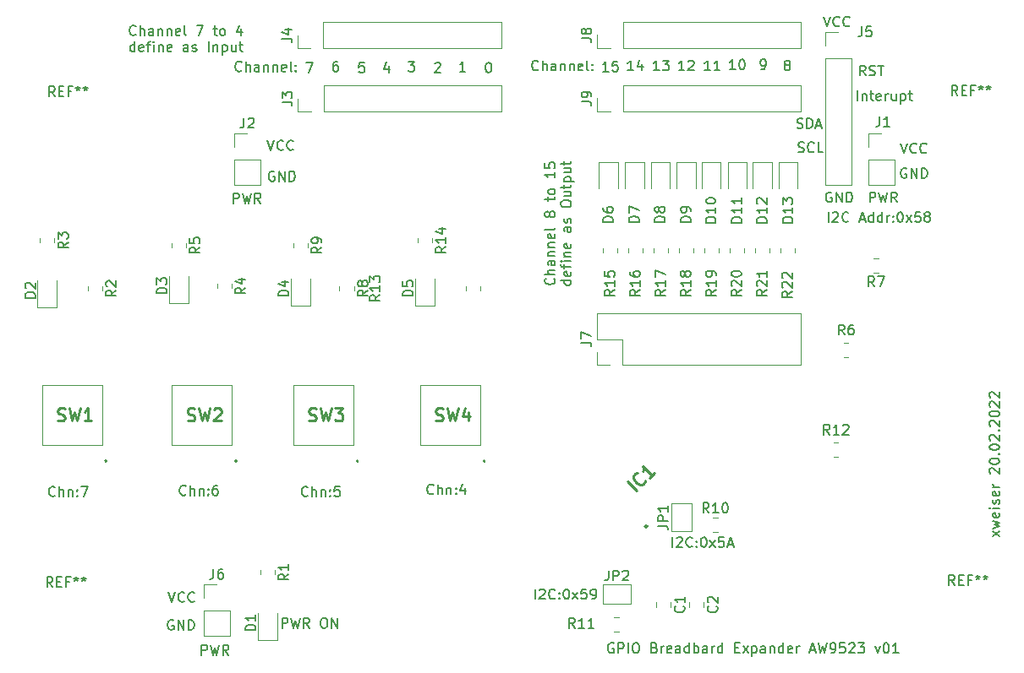
<source format=gbr>
%TF.GenerationSoftware,KiCad,Pcbnew,(6.0.2)*%
%TF.CreationDate,2022-02-21T15:22:36+01:00*%
%TF.ProjectId,220217_GPIOExpanderAW9523,32323032-3137-45f4-9750-494f45787061,v01*%
%TF.SameCoordinates,Original*%
%TF.FileFunction,Legend,Top*%
%TF.FilePolarity,Positive*%
%FSLAX46Y46*%
G04 Gerber Fmt 4.6, Leading zero omitted, Abs format (unit mm)*
G04 Created by KiCad (PCBNEW (6.0.2)) date 2022-02-21 15:22:36*
%MOMM*%
%LPD*%
G01*
G04 APERTURE LIST*
%ADD10C,0.150000*%
%ADD11C,0.254000*%
%ADD12C,0.120000*%
%ADD13C,0.100000*%
%ADD14C,0.200000*%
%ADD15C,0.250000*%
G04 APERTURE END LIST*
D10*
X190233333Y-68952380D02*
X190233333Y-67952380D01*
X190709523Y-68285714D02*
X190709523Y-68952380D01*
X190709523Y-68380952D02*
X190757142Y-68333333D01*
X190852380Y-68285714D01*
X190995238Y-68285714D01*
X191090476Y-68333333D01*
X191138095Y-68428571D01*
X191138095Y-68952380D01*
X191471428Y-68285714D02*
X191852380Y-68285714D01*
X191614285Y-67952380D02*
X191614285Y-68809523D01*
X191661904Y-68904761D01*
X191757142Y-68952380D01*
X191852380Y-68952380D01*
X192566666Y-68904761D02*
X192471428Y-68952380D01*
X192280952Y-68952380D01*
X192185714Y-68904761D01*
X192138095Y-68809523D01*
X192138095Y-68428571D01*
X192185714Y-68333333D01*
X192280952Y-68285714D01*
X192471428Y-68285714D01*
X192566666Y-68333333D01*
X192614285Y-68428571D01*
X192614285Y-68523809D01*
X192138095Y-68619047D01*
X193042857Y-68952380D02*
X193042857Y-68285714D01*
X193042857Y-68476190D02*
X193090476Y-68380952D01*
X193138095Y-68333333D01*
X193233333Y-68285714D01*
X193328571Y-68285714D01*
X194090476Y-68285714D02*
X194090476Y-68952380D01*
X193661904Y-68285714D02*
X193661904Y-68809523D01*
X193709523Y-68904761D01*
X193804761Y-68952380D01*
X193947619Y-68952380D01*
X194042857Y-68904761D01*
X194090476Y-68857142D01*
X194566666Y-68285714D02*
X194566666Y-69285714D01*
X194566666Y-68333333D02*
X194661904Y-68285714D01*
X194852380Y-68285714D01*
X194947619Y-68333333D01*
X194995238Y-68380952D01*
X195042857Y-68476190D01*
X195042857Y-68761904D01*
X194995238Y-68857142D01*
X194947619Y-68904761D01*
X194852380Y-68952380D01*
X194661904Y-68952380D01*
X194566666Y-68904761D01*
X195328571Y-68285714D02*
X195709523Y-68285714D01*
X195471428Y-67952380D02*
X195471428Y-68809523D01*
X195519047Y-68904761D01*
X195614285Y-68952380D01*
X195709523Y-68952380D01*
X172909523Y-65952380D02*
X172338095Y-65952380D01*
X172623809Y-65952380D02*
X172623809Y-64952380D01*
X172528571Y-65095238D01*
X172433333Y-65190476D01*
X172338095Y-65238095D01*
X173290476Y-65047619D02*
X173338095Y-65000000D01*
X173433333Y-64952380D01*
X173671428Y-64952380D01*
X173766666Y-65000000D01*
X173814285Y-65047619D01*
X173861904Y-65142857D01*
X173861904Y-65238095D01*
X173814285Y-65380952D01*
X173242857Y-65952380D01*
X173861904Y-65952380D01*
X117976190Y-62352142D02*
X117928571Y-62399761D01*
X117785714Y-62447380D01*
X117690476Y-62447380D01*
X117547619Y-62399761D01*
X117452380Y-62304523D01*
X117404761Y-62209285D01*
X117357142Y-62018809D01*
X117357142Y-61875952D01*
X117404761Y-61685476D01*
X117452380Y-61590238D01*
X117547619Y-61495000D01*
X117690476Y-61447380D01*
X117785714Y-61447380D01*
X117928571Y-61495000D01*
X117976190Y-61542619D01*
X118404761Y-62447380D02*
X118404761Y-61447380D01*
X118833333Y-62447380D02*
X118833333Y-61923571D01*
X118785714Y-61828333D01*
X118690476Y-61780714D01*
X118547619Y-61780714D01*
X118452380Y-61828333D01*
X118404761Y-61875952D01*
X119738095Y-62447380D02*
X119738095Y-61923571D01*
X119690476Y-61828333D01*
X119595238Y-61780714D01*
X119404761Y-61780714D01*
X119309523Y-61828333D01*
X119738095Y-62399761D02*
X119642857Y-62447380D01*
X119404761Y-62447380D01*
X119309523Y-62399761D01*
X119261904Y-62304523D01*
X119261904Y-62209285D01*
X119309523Y-62114047D01*
X119404761Y-62066428D01*
X119642857Y-62066428D01*
X119738095Y-62018809D01*
X120214285Y-61780714D02*
X120214285Y-62447380D01*
X120214285Y-61875952D02*
X120261904Y-61828333D01*
X120357142Y-61780714D01*
X120500000Y-61780714D01*
X120595238Y-61828333D01*
X120642857Y-61923571D01*
X120642857Y-62447380D01*
X121119047Y-61780714D02*
X121119047Y-62447380D01*
X121119047Y-61875952D02*
X121166666Y-61828333D01*
X121261904Y-61780714D01*
X121404761Y-61780714D01*
X121500000Y-61828333D01*
X121547619Y-61923571D01*
X121547619Y-62447380D01*
X122404761Y-62399761D02*
X122309523Y-62447380D01*
X122119047Y-62447380D01*
X122023809Y-62399761D01*
X121976190Y-62304523D01*
X121976190Y-61923571D01*
X122023809Y-61828333D01*
X122119047Y-61780714D01*
X122309523Y-61780714D01*
X122404761Y-61828333D01*
X122452380Y-61923571D01*
X122452380Y-62018809D01*
X121976190Y-62114047D01*
X123023809Y-62447380D02*
X122928571Y-62399761D01*
X122880952Y-62304523D01*
X122880952Y-61447380D01*
X124071428Y-61447380D02*
X124738095Y-61447380D01*
X124309523Y-62447380D01*
X125738095Y-61780714D02*
X126119047Y-61780714D01*
X125880952Y-61447380D02*
X125880952Y-62304523D01*
X125928571Y-62399761D01*
X126023809Y-62447380D01*
X126119047Y-62447380D01*
X126595238Y-62447380D02*
X126500000Y-62399761D01*
X126452380Y-62352142D01*
X126404761Y-62256904D01*
X126404761Y-61971190D01*
X126452380Y-61875952D01*
X126500000Y-61828333D01*
X126595238Y-61780714D01*
X126738095Y-61780714D01*
X126833333Y-61828333D01*
X126880952Y-61875952D01*
X126928571Y-61971190D01*
X126928571Y-62256904D01*
X126880952Y-62352142D01*
X126833333Y-62399761D01*
X126738095Y-62447380D01*
X126595238Y-62447380D01*
X128547619Y-61780714D02*
X128547619Y-62447380D01*
X128309523Y-61399761D02*
X128071428Y-62114047D01*
X128690476Y-62114047D01*
X117880952Y-64057380D02*
X117880952Y-63057380D01*
X117880952Y-64009761D02*
X117785714Y-64057380D01*
X117595238Y-64057380D01*
X117500000Y-64009761D01*
X117452380Y-63962142D01*
X117404761Y-63866904D01*
X117404761Y-63581190D01*
X117452380Y-63485952D01*
X117500000Y-63438333D01*
X117595238Y-63390714D01*
X117785714Y-63390714D01*
X117880952Y-63438333D01*
X118738095Y-64009761D02*
X118642857Y-64057380D01*
X118452380Y-64057380D01*
X118357142Y-64009761D01*
X118309523Y-63914523D01*
X118309523Y-63533571D01*
X118357142Y-63438333D01*
X118452380Y-63390714D01*
X118642857Y-63390714D01*
X118738095Y-63438333D01*
X118785714Y-63533571D01*
X118785714Y-63628809D01*
X118309523Y-63724047D01*
X119071428Y-63390714D02*
X119452380Y-63390714D01*
X119214285Y-64057380D02*
X119214285Y-63200238D01*
X119261904Y-63105000D01*
X119357142Y-63057380D01*
X119452380Y-63057380D01*
X119785714Y-64057380D02*
X119785714Y-63390714D01*
X119785714Y-63057380D02*
X119738095Y-63105000D01*
X119785714Y-63152619D01*
X119833333Y-63105000D01*
X119785714Y-63057380D01*
X119785714Y-63152619D01*
X120261904Y-63390714D02*
X120261904Y-64057380D01*
X120261904Y-63485952D02*
X120309523Y-63438333D01*
X120404761Y-63390714D01*
X120547619Y-63390714D01*
X120642857Y-63438333D01*
X120690476Y-63533571D01*
X120690476Y-64057380D01*
X121547619Y-64009761D02*
X121452380Y-64057380D01*
X121261904Y-64057380D01*
X121166666Y-64009761D01*
X121119047Y-63914523D01*
X121119047Y-63533571D01*
X121166666Y-63438333D01*
X121261904Y-63390714D01*
X121452380Y-63390714D01*
X121547619Y-63438333D01*
X121595238Y-63533571D01*
X121595238Y-63628809D01*
X121119047Y-63724047D01*
X123214285Y-64057380D02*
X123214285Y-63533571D01*
X123166666Y-63438333D01*
X123071428Y-63390714D01*
X122880952Y-63390714D01*
X122785714Y-63438333D01*
X123214285Y-64009761D02*
X123119047Y-64057380D01*
X122880952Y-64057380D01*
X122785714Y-64009761D01*
X122738095Y-63914523D01*
X122738095Y-63819285D01*
X122785714Y-63724047D01*
X122880952Y-63676428D01*
X123119047Y-63676428D01*
X123214285Y-63628809D01*
X123642857Y-64009761D02*
X123738095Y-64057380D01*
X123928571Y-64057380D01*
X124023809Y-64009761D01*
X124071428Y-63914523D01*
X124071428Y-63866904D01*
X124023809Y-63771666D01*
X123928571Y-63724047D01*
X123785714Y-63724047D01*
X123690476Y-63676428D01*
X123642857Y-63581190D01*
X123642857Y-63533571D01*
X123690476Y-63438333D01*
X123785714Y-63390714D01*
X123928571Y-63390714D01*
X124023809Y-63438333D01*
X125261904Y-64057380D02*
X125261904Y-63057380D01*
X125738095Y-63390714D02*
X125738095Y-64057380D01*
X125738095Y-63485952D02*
X125785714Y-63438333D01*
X125880952Y-63390714D01*
X126023809Y-63390714D01*
X126119047Y-63438333D01*
X126166666Y-63533571D01*
X126166666Y-64057380D01*
X126642857Y-63390714D02*
X126642857Y-64390714D01*
X126642857Y-63438333D02*
X126738095Y-63390714D01*
X126928571Y-63390714D01*
X127023809Y-63438333D01*
X127071428Y-63485952D01*
X127119047Y-63581190D01*
X127119047Y-63866904D01*
X127071428Y-63962142D01*
X127023809Y-64009761D01*
X126928571Y-64057380D01*
X126738095Y-64057380D01*
X126642857Y-64009761D01*
X127976190Y-63390714D02*
X127976190Y-64057380D01*
X127547619Y-63390714D02*
X127547619Y-63914523D01*
X127595238Y-64009761D01*
X127690476Y-64057380D01*
X127833333Y-64057380D01*
X127928571Y-64009761D01*
X127976190Y-63962142D01*
X128309523Y-63390714D02*
X128690476Y-63390714D01*
X128452380Y-63057380D02*
X128452380Y-63914523D01*
X128500000Y-64009761D01*
X128595238Y-64057380D01*
X128690476Y-64057380D01*
X165309523Y-66052380D02*
X164738095Y-66052380D01*
X165023809Y-66052380D02*
X165023809Y-65052380D01*
X164928571Y-65195238D01*
X164833333Y-65290476D01*
X164738095Y-65338095D01*
X166214285Y-65052380D02*
X165738095Y-65052380D01*
X165690476Y-65528571D01*
X165738095Y-65480952D01*
X165833333Y-65433333D01*
X166071428Y-65433333D01*
X166166666Y-65480952D01*
X166214285Y-65528571D01*
X166261904Y-65623809D01*
X166261904Y-65861904D01*
X166214285Y-65957142D01*
X166166666Y-66004761D01*
X166071428Y-66052380D01*
X165833333Y-66052380D01*
X165738095Y-66004761D01*
X165690476Y-65957142D01*
X122990476Y-108457142D02*
X122942857Y-108504761D01*
X122800000Y-108552380D01*
X122704761Y-108552380D01*
X122561904Y-108504761D01*
X122466666Y-108409523D01*
X122419047Y-108314285D01*
X122371428Y-108123809D01*
X122371428Y-107980952D01*
X122419047Y-107790476D01*
X122466666Y-107695238D01*
X122561904Y-107600000D01*
X122704761Y-107552380D01*
X122800000Y-107552380D01*
X122942857Y-107600000D01*
X122990476Y-107647619D01*
X123419047Y-108552380D02*
X123419047Y-107552380D01*
X123847619Y-108552380D02*
X123847619Y-108028571D01*
X123800000Y-107933333D01*
X123704761Y-107885714D01*
X123561904Y-107885714D01*
X123466666Y-107933333D01*
X123419047Y-107980952D01*
X124323809Y-107885714D02*
X124323809Y-108552380D01*
X124323809Y-107980952D02*
X124371428Y-107933333D01*
X124466666Y-107885714D01*
X124609523Y-107885714D01*
X124704761Y-107933333D01*
X124752380Y-108028571D01*
X124752380Y-108552380D01*
X125228571Y-108457142D02*
X125276190Y-108504761D01*
X125228571Y-108552380D01*
X125180952Y-108504761D01*
X125228571Y-108457142D01*
X125228571Y-108552380D01*
X125228571Y-107933333D02*
X125276190Y-107980952D01*
X125228571Y-108028571D01*
X125180952Y-107980952D01*
X125228571Y-107933333D01*
X125228571Y-108028571D01*
X126133333Y-107552380D02*
X125942857Y-107552380D01*
X125847619Y-107600000D01*
X125800000Y-107647619D01*
X125704761Y-107790476D01*
X125657142Y-107980952D01*
X125657142Y-108361904D01*
X125704761Y-108457142D01*
X125752380Y-108504761D01*
X125847619Y-108552380D01*
X126038095Y-108552380D01*
X126133333Y-108504761D01*
X126180952Y-108457142D01*
X126228571Y-108361904D01*
X126228571Y-108123809D01*
X126180952Y-108028571D01*
X126133333Y-107980952D01*
X126038095Y-107933333D01*
X125847619Y-107933333D01*
X125752380Y-107980952D01*
X125704761Y-108028571D01*
X125657142Y-108123809D01*
X147790476Y-108357142D02*
X147742857Y-108404761D01*
X147600000Y-108452380D01*
X147504761Y-108452380D01*
X147361904Y-108404761D01*
X147266666Y-108309523D01*
X147219047Y-108214285D01*
X147171428Y-108023809D01*
X147171428Y-107880952D01*
X147219047Y-107690476D01*
X147266666Y-107595238D01*
X147361904Y-107500000D01*
X147504761Y-107452380D01*
X147600000Y-107452380D01*
X147742857Y-107500000D01*
X147790476Y-107547619D01*
X148219047Y-108452380D02*
X148219047Y-107452380D01*
X148647619Y-108452380D02*
X148647619Y-107928571D01*
X148600000Y-107833333D01*
X148504761Y-107785714D01*
X148361904Y-107785714D01*
X148266666Y-107833333D01*
X148219047Y-107880952D01*
X149123809Y-107785714D02*
X149123809Y-108452380D01*
X149123809Y-107880952D02*
X149171428Y-107833333D01*
X149266666Y-107785714D01*
X149409523Y-107785714D01*
X149504761Y-107833333D01*
X149552380Y-107928571D01*
X149552380Y-108452380D01*
X150028571Y-108357142D02*
X150076190Y-108404761D01*
X150028571Y-108452380D01*
X149980952Y-108404761D01*
X150028571Y-108357142D01*
X150028571Y-108452380D01*
X150028571Y-107833333D02*
X150076190Y-107880952D01*
X150028571Y-107928571D01*
X149980952Y-107880952D01*
X150028571Y-107833333D01*
X150028571Y-107928571D01*
X150933333Y-107785714D02*
X150933333Y-108452380D01*
X150695238Y-107404761D02*
X150457142Y-108119047D01*
X151076190Y-108119047D01*
X128571428Y-65957142D02*
X128523809Y-66004761D01*
X128380952Y-66052380D01*
X128285714Y-66052380D01*
X128142857Y-66004761D01*
X128047619Y-65909523D01*
X128000000Y-65814285D01*
X127952380Y-65623809D01*
X127952380Y-65480952D01*
X128000000Y-65290476D01*
X128047619Y-65195238D01*
X128142857Y-65100000D01*
X128285714Y-65052380D01*
X128380952Y-65052380D01*
X128523809Y-65100000D01*
X128571428Y-65147619D01*
X129000000Y-66052380D02*
X129000000Y-65052380D01*
X129428571Y-66052380D02*
X129428571Y-65528571D01*
X129380952Y-65433333D01*
X129285714Y-65385714D01*
X129142857Y-65385714D01*
X129047619Y-65433333D01*
X129000000Y-65480952D01*
X130333333Y-66052380D02*
X130333333Y-65528571D01*
X130285714Y-65433333D01*
X130190476Y-65385714D01*
X130000000Y-65385714D01*
X129904761Y-65433333D01*
X130333333Y-66004761D02*
X130238095Y-66052380D01*
X130000000Y-66052380D01*
X129904761Y-66004761D01*
X129857142Y-65909523D01*
X129857142Y-65814285D01*
X129904761Y-65719047D01*
X130000000Y-65671428D01*
X130238095Y-65671428D01*
X130333333Y-65623809D01*
X130809523Y-65385714D02*
X130809523Y-66052380D01*
X130809523Y-65480952D02*
X130857142Y-65433333D01*
X130952380Y-65385714D01*
X131095238Y-65385714D01*
X131190476Y-65433333D01*
X131238095Y-65528571D01*
X131238095Y-66052380D01*
X131714285Y-65385714D02*
X131714285Y-66052380D01*
X131714285Y-65480952D02*
X131761904Y-65433333D01*
X131857142Y-65385714D01*
X132000000Y-65385714D01*
X132095238Y-65433333D01*
X132142857Y-65528571D01*
X132142857Y-66052380D01*
X133000000Y-66004761D02*
X132904761Y-66052380D01*
X132714285Y-66052380D01*
X132619047Y-66004761D01*
X132571428Y-65909523D01*
X132571428Y-65528571D01*
X132619047Y-65433333D01*
X132714285Y-65385714D01*
X132904761Y-65385714D01*
X133000000Y-65433333D01*
X133047619Y-65528571D01*
X133047619Y-65623809D01*
X132571428Y-65719047D01*
X133619047Y-66052380D02*
X133523809Y-66004761D01*
X133476190Y-65909523D01*
X133476190Y-65052380D01*
X134000000Y-65957142D02*
X134047619Y-66004761D01*
X134000000Y-66052380D01*
X133952380Y-66004761D01*
X134000000Y-65957142D01*
X134000000Y-66052380D01*
X134000000Y-65433333D02*
X134047619Y-65480952D01*
X134000000Y-65528571D01*
X133952380Y-65480952D01*
X134000000Y-65433333D01*
X134000000Y-65528571D01*
X186866666Y-60552380D02*
X187200000Y-61552380D01*
X187533333Y-60552380D01*
X188438095Y-61457142D02*
X188390476Y-61504761D01*
X188247619Y-61552380D01*
X188152380Y-61552380D01*
X188009523Y-61504761D01*
X187914285Y-61409523D01*
X187866666Y-61314285D01*
X187819047Y-61123809D01*
X187819047Y-60980952D01*
X187866666Y-60790476D01*
X187914285Y-60695238D01*
X188009523Y-60600000D01*
X188152380Y-60552380D01*
X188247619Y-60552380D01*
X188390476Y-60600000D01*
X188438095Y-60647619D01*
X189438095Y-61457142D02*
X189390476Y-61504761D01*
X189247619Y-61552380D01*
X189152380Y-61552380D01*
X189009523Y-61504761D01*
X188914285Y-61409523D01*
X188866666Y-61314285D01*
X188819047Y-61123809D01*
X188819047Y-60980952D01*
X188866666Y-60790476D01*
X188914285Y-60695238D01*
X189009523Y-60600000D01*
X189152380Y-60552380D01*
X189247619Y-60552380D01*
X189390476Y-60600000D01*
X189438095Y-60647619D01*
X178009523Y-65852380D02*
X177438095Y-65852380D01*
X177723809Y-65852380D02*
X177723809Y-64852380D01*
X177628571Y-64995238D01*
X177533333Y-65090476D01*
X177438095Y-65138095D01*
X178628571Y-64852380D02*
X178723809Y-64852380D01*
X178819047Y-64900000D01*
X178866666Y-64947619D01*
X178914285Y-65042857D01*
X178961904Y-65233333D01*
X178961904Y-65471428D01*
X178914285Y-65661904D01*
X178866666Y-65757142D01*
X178819047Y-65804761D01*
X178723809Y-65852380D01*
X178628571Y-65852380D01*
X178533333Y-65804761D01*
X178485714Y-65757142D01*
X178438095Y-65661904D01*
X178390476Y-65471428D01*
X178390476Y-65233333D01*
X178438095Y-65042857D01*
X178485714Y-64947619D01*
X178533333Y-64900000D01*
X178628571Y-64852380D01*
X187638095Y-78200000D02*
X187542857Y-78152380D01*
X187400000Y-78152380D01*
X187257142Y-78200000D01*
X187161904Y-78295238D01*
X187114285Y-78390476D01*
X187066666Y-78580952D01*
X187066666Y-78723809D01*
X187114285Y-78914285D01*
X187161904Y-79009523D01*
X187257142Y-79104761D01*
X187400000Y-79152380D01*
X187495238Y-79152380D01*
X187638095Y-79104761D01*
X187685714Y-79057142D01*
X187685714Y-78723809D01*
X187495238Y-78723809D01*
X188114285Y-79152380D02*
X188114285Y-78152380D01*
X188685714Y-79152380D01*
X188685714Y-78152380D01*
X189161904Y-79152380D02*
X189161904Y-78152380D01*
X189400000Y-78152380D01*
X189542857Y-78200000D01*
X189638095Y-78295238D01*
X189685714Y-78390476D01*
X189733333Y-78580952D01*
X189733333Y-78723809D01*
X189685714Y-78914285D01*
X189638095Y-79009523D01*
X189542857Y-79104761D01*
X189400000Y-79152380D01*
X189161904Y-79152380D01*
X184309523Y-74104761D02*
X184452380Y-74152380D01*
X184690476Y-74152380D01*
X184785714Y-74104761D01*
X184833333Y-74057142D01*
X184880952Y-73961904D01*
X184880952Y-73866666D01*
X184833333Y-73771428D01*
X184785714Y-73723809D01*
X184690476Y-73676190D01*
X184500000Y-73628571D01*
X184404761Y-73580952D01*
X184357142Y-73533333D01*
X184309523Y-73438095D01*
X184309523Y-73342857D01*
X184357142Y-73247619D01*
X184404761Y-73200000D01*
X184500000Y-73152380D01*
X184738095Y-73152380D01*
X184880952Y-73200000D01*
X185880952Y-74057142D02*
X185833333Y-74104761D01*
X185690476Y-74152380D01*
X185595238Y-74152380D01*
X185452380Y-74104761D01*
X185357142Y-74009523D01*
X185309523Y-73914285D01*
X185261904Y-73723809D01*
X185261904Y-73580952D01*
X185309523Y-73390476D01*
X185357142Y-73295238D01*
X185452380Y-73200000D01*
X185595238Y-73152380D01*
X185690476Y-73152380D01*
X185833333Y-73200000D01*
X185880952Y-73247619D01*
X186785714Y-74152380D02*
X186309523Y-74152380D01*
X186309523Y-73152380D01*
X191466666Y-79152380D02*
X191466666Y-78152380D01*
X191847619Y-78152380D01*
X191942857Y-78200000D01*
X191990476Y-78247619D01*
X192038095Y-78342857D01*
X192038095Y-78485714D01*
X191990476Y-78580952D01*
X191942857Y-78628571D01*
X191847619Y-78676190D01*
X191466666Y-78676190D01*
X192371428Y-78152380D02*
X192609523Y-79152380D01*
X192800000Y-78438095D01*
X192990476Y-79152380D01*
X193228571Y-78152380D01*
X194180952Y-79152380D02*
X193847619Y-78676190D01*
X193609523Y-79152380D02*
X193609523Y-78152380D01*
X193990476Y-78152380D01*
X194085714Y-78200000D01*
X194133333Y-78247619D01*
X194180952Y-78342857D01*
X194180952Y-78485714D01*
X194133333Y-78580952D01*
X194085714Y-78628571D01*
X193990476Y-78676190D01*
X193609523Y-78676190D01*
X140838095Y-65152380D02*
X140361904Y-65152380D01*
X140314285Y-65628571D01*
X140361904Y-65580952D01*
X140457142Y-65533333D01*
X140695238Y-65533333D01*
X140790476Y-65580952D01*
X140838095Y-65628571D01*
X140885714Y-65723809D01*
X140885714Y-65961904D01*
X140838095Y-66057142D01*
X140790476Y-66104761D01*
X140695238Y-66152380D01*
X140457142Y-66152380D01*
X140361904Y-66104761D01*
X140314285Y-66057142D01*
X145266666Y-65052380D02*
X145885714Y-65052380D01*
X145552380Y-65433333D01*
X145695238Y-65433333D01*
X145790476Y-65480952D01*
X145838095Y-65528571D01*
X145885714Y-65623809D01*
X145885714Y-65861904D01*
X145838095Y-65957142D01*
X145790476Y-66004761D01*
X145695238Y-66052380D01*
X145409523Y-66052380D01*
X145314285Y-66004761D01*
X145266666Y-65957142D01*
X135066666Y-65152380D02*
X135733333Y-65152380D01*
X135304761Y-66152380D01*
X135190476Y-108557142D02*
X135142857Y-108604761D01*
X135000000Y-108652380D01*
X134904761Y-108652380D01*
X134761904Y-108604761D01*
X134666666Y-108509523D01*
X134619047Y-108414285D01*
X134571428Y-108223809D01*
X134571428Y-108080952D01*
X134619047Y-107890476D01*
X134666666Y-107795238D01*
X134761904Y-107700000D01*
X134904761Y-107652380D01*
X135000000Y-107652380D01*
X135142857Y-107700000D01*
X135190476Y-107747619D01*
X135619047Y-108652380D02*
X135619047Y-107652380D01*
X136047619Y-108652380D02*
X136047619Y-108128571D01*
X136000000Y-108033333D01*
X135904761Y-107985714D01*
X135761904Y-107985714D01*
X135666666Y-108033333D01*
X135619047Y-108080952D01*
X136523809Y-107985714D02*
X136523809Y-108652380D01*
X136523809Y-108080952D02*
X136571428Y-108033333D01*
X136666666Y-107985714D01*
X136809523Y-107985714D01*
X136904761Y-108033333D01*
X136952380Y-108128571D01*
X136952380Y-108652380D01*
X137428571Y-108557142D02*
X137476190Y-108604761D01*
X137428571Y-108652380D01*
X137380952Y-108604761D01*
X137428571Y-108557142D01*
X137428571Y-108652380D01*
X137428571Y-108033333D02*
X137476190Y-108080952D01*
X137428571Y-108128571D01*
X137380952Y-108080952D01*
X137428571Y-108033333D01*
X137428571Y-108128571D01*
X138380952Y-107652380D02*
X137904761Y-107652380D01*
X137857142Y-108128571D01*
X137904761Y-108080952D01*
X138000000Y-108033333D01*
X138238095Y-108033333D01*
X138333333Y-108080952D01*
X138380952Y-108128571D01*
X138428571Y-108223809D01*
X138428571Y-108461904D01*
X138380952Y-108557142D01*
X138333333Y-108604761D01*
X138238095Y-108652380D01*
X138000000Y-108652380D01*
X137904761Y-108604761D01*
X137857142Y-108557142D01*
X194566666Y-73252380D02*
X194900000Y-74252380D01*
X195233333Y-73252380D01*
X196138095Y-74157142D02*
X196090476Y-74204761D01*
X195947619Y-74252380D01*
X195852380Y-74252380D01*
X195709523Y-74204761D01*
X195614285Y-74109523D01*
X195566666Y-74014285D01*
X195519047Y-73823809D01*
X195519047Y-73680952D01*
X195566666Y-73490476D01*
X195614285Y-73395238D01*
X195709523Y-73300000D01*
X195852380Y-73252380D01*
X195947619Y-73252380D01*
X196090476Y-73300000D01*
X196138095Y-73347619D01*
X197138095Y-74157142D02*
X197090476Y-74204761D01*
X196947619Y-74252380D01*
X196852380Y-74252380D01*
X196709523Y-74204761D01*
X196614285Y-74109523D01*
X196566666Y-74014285D01*
X196519047Y-73823809D01*
X196519047Y-73680952D01*
X196566666Y-73490476D01*
X196614285Y-73395238D01*
X196709523Y-73300000D01*
X196852380Y-73252380D01*
X196947619Y-73252380D01*
X197090476Y-73300000D01*
X197138095Y-73347619D01*
X127766666Y-79252380D02*
X127766666Y-78252380D01*
X128147619Y-78252380D01*
X128242857Y-78300000D01*
X128290476Y-78347619D01*
X128338095Y-78442857D01*
X128338095Y-78585714D01*
X128290476Y-78680952D01*
X128242857Y-78728571D01*
X128147619Y-78776190D01*
X127766666Y-78776190D01*
X128671428Y-78252380D02*
X128909523Y-79252380D01*
X129100000Y-78538095D01*
X129290476Y-79252380D01*
X129528571Y-78252380D01*
X130480952Y-79252380D02*
X130147619Y-78776190D01*
X129909523Y-79252380D02*
X129909523Y-78252380D01*
X130290476Y-78252380D01*
X130385714Y-78300000D01*
X130433333Y-78347619D01*
X130480952Y-78442857D01*
X130480952Y-78585714D01*
X130433333Y-78680952D01*
X130385714Y-78728571D01*
X130290476Y-78776190D01*
X129909523Y-78776190D01*
X180609523Y-65852380D02*
X180800000Y-65852380D01*
X180895238Y-65804761D01*
X180942857Y-65757142D01*
X181038095Y-65614285D01*
X181085714Y-65423809D01*
X181085714Y-65042857D01*
X181038095Y-64947619D01*
X180990476Y-64900000D01*
X180895238Y-64852380D01*
X180704761Y-64852380D01*
X180609523Y-64900000D01*
X180561904Y-64947619D01*
X180514285Y-65042857D01*
X180514285Y-65280952D01*
X180561904Y-65376190D01*
X180609523Y-65423809D01*
X180704761Y-65471428D01*
X180895238Y-65471428D01*
X180990476Y-65423809D01*
X181038095Y-65376190D01*
X181085714Y-65280952D01*
X150985714Y-66052380D02*
X150414285Y-66052380D01*
X150700000Y-66052380D02*
X150700000Y-65052380D01*
X150604761Y-65195238D01*
X150509523Y-65290476D01*
X150414285Y-65338095D01*
X204452380Y-112661904D02*
X203785714Y-112138095D01*
X203785714Y-112661904D02*
X204452380Y-112138095D01*
X203785714Y-111852380D02*
X204452380Y-111661904D01*
X203976190Y-111471428D01*
X204452380Y-111280952D01*
X203785714Y-111090476D01*
X204404761Y-110328571D02*
X204452380Y-110423809D01*
X204452380Y-110614285D01*
X204404761Y-110709523D01*
X204309523Y-110757142D01*
X203928571Y-110757142D01*
X203833333Y-110709523D01*
X203785714Y-110614285D01*
X203785714Y-110423809D01*
X203833333Y-110328571D01*
X203928571Y-110280952D01*
X204023809Y-110280952D01*
X204119047Y-110757142D01*
X204452380Y-109852380D02*
X203785714Y-109852380D01*
X203452380Y-109852380D02*
X203500000Y-109900000D01*
X203547619Y-109852380D01*
X203500000Y-109804761D01*
X203452380Y-109852380D01*
X203547619Y-109852380D01*
X204404761Y-109423809D02*
X204452380Y-109328571D01*
X204452380Y-109138095D01*
X204404761Y-109042857D01*
X204309523Y-108995238D01*
X204261904Y-108995238D01*
X204166666Y-109042857D01*
X204119047Y-109138095D01*
X204119047Y-109280952D01*
X204071428Y-109376190D01*
X203976190Y-109423809D01*
X203928571Y-109423809D01*
X203833333Y-109376190D01*
X203785714Y-109280952D01*
X203785714Y-109138095D01*
X203833333Y-109042857D01*
X204404761Y-108185714D02*
X204452380Y-108280952D01*
X204452380Y-108471428D01*
X204404761Y-108566666D01*
X204309523Y-108614285D01*
X203928571Y-108614285D01*
X203833333Y-108566666D01*
X203785714Y-108471428D01*
X203785714Y-108280952D01*
X203833333Y-108185714D01*
X203928571Y-108138095D01*
X204023809Y-108138095D01*
X204119047Y-108614285D01*
X204452380Y-107709523D02*
X203785714Y-107709523D01*
X203976190Y-107709523D02*
X203880952Y-107661904D01*
X203833333Y-107614285D01*
X203785714Y-107519047D01*
X203785714Y-107423809D01*
X203547619Y-106376190D02*
X203500000Y-106328571D01*
X203452380Y-106233333D01*
X203452380Y-105995238D01*
X203500000Y-105900000D01*
X203547619Y-105852380D01*
X203642857Y-105804761D01*
X203738095Y-105804761D01*
X203880952Y-105852380D01*
X204452380Y-106423809D01*
X204452380Y-105804761D01*
X203452380Y-105185714D02*
X203452380Y-105090476D01*
X203500000Y-104995238D01*
X203547619Y-104947619D01*
X203642857Y-104900000D01*
X203833333Y-104852380D01*
X204071428Y-104852380D01*
X204261904Y-104900000D01*
X204357142Y-104947619D01*
X204404761Y-104995238D01*
X204452380Y-105090476D01*
X204452380Y-105185714D01*
X204404761Y-105280952D01*
X204357142Y-105328571D01*
X204261904Y-105376190D01*
X204071428Y-105423809D01*
X203833333Y-105423809D01*
X203642857Y-105376190D01*
X203547619Y-105328571D01*
X203500000Y-105280952D01*
X203452380Y-105185714D01*
X204357142Y-104423809D02*
X204404761Y-104376190D01*
X204452380Y-104423809D01*
X204404761Y-104471428D01*
X204357142Y-104423809D01*
X204452380Y-104423809D01*
X203452380Y-103757142D02*
X203452380Y-103661904D01*
X203500000Y-103566666D01*
X203547619Y-103519047D01*
X203642857Y-103471428D01*
X203833333Y-103423809D01*
X204071428Y-103423809D01*
X204261904Y-103471428D01*
X204357142Y-103519047D01*
X204404761Y-103566666D01*
X204452380Y-103661904D01*
X204452380Y-103757142D01*
X204404761Y-103852380D01*
X204357142Y-103900000D01*
X204261904Y-103947619D01*
X204071428Y-103995238D01*
X203833333Y-103995238D01*
X203642857Y-103947619D01*
X203547619Y-103900000D01*
X203500000Y-103852380D01*
X203452380Y-103757142D01*
X203547619Y-103042857D02*
X203500000Y-102995238D01*
X203452380Y-102900000D01*
X203452380Y-102661904D01*
X203500000Y-102566666D01*
X203547619Y-102519047D01*
X203642857Y-102471428D01*
X203738095Y-102471428D01*
X203880952Y-102519047D01*
X204452380Y-103090476D01*
X204452380Y-102471428D01*
X204357142Y-102042857D02*
X204404761Y-101995238D01*
X204452380Y-102042857D01*
X204404761Y-102090476D01*
X204357142Y-102042857D01*
X204452380Y-102042857D01*
X203547619Y-101614285D02*
X203500000Y-101566666D01*
X203452380Y-101471428D01*
X203452380Y-101233333D01*
X203500000Y-101138095D01*
X203547619Y-101090476D01*
X203642857Y-101042857D01*
X203738095Y-101042857D01*
X203880952Y-101090476D01*
X204452380Y-101661904D01*
X204452380Y-101042857D01*
X203452380Y-100423809D02*
X203452380Y-100328571D01*
X203500000Y-100233333D01*
X203547619Y-100185714D01*
X203642857Y-100138095D01*
X203833333Y-100090476D01*
X204071428Y-100090476D01*
X204261904Y-100138095D01*
X204357142Y-100185714D01*
X204404761Y-100233333D01*
X204452380Y-100328571D01*
X204452380Y-100423809D01*
X204404761Y-100519047D01*
X204357142Y-100566666D01*
X204261904Y-100614285D01*
X204071428Y-100661904D01*
X203833333Y-100661904D01*
X203642857Y-100614285D01*
X203547619Y-100566666D01*
X203500000Y-100519047D01*
X203452380Y-100423809D01*
X203547619Y-99709523D02*
X203500000Y-99661904D01*
X203452380Y-99566666D01*
X203452380Y-99328571D01*
X203500000Y-99233333D01*
X203547619Y-99185714D01*
X203642857Y-99138095D01*
X203738095Y-99138095D01*
X203880952Y-99185714D01*
X204452380Y-99757142D01*
X204452380Y-99138095D01*
X203547619Y-98757142D02*
X203500000Y-98709523D01*
X203452380Y-98614285D01*
X203452380Y-98376190D01*
X203500000Y-98280952D01*
X203547619Y-98233333D01*
X203642857Y-98185714D01*
X203738095Y-98185714D01*
X203880952Y-98233333D01*
X204452380Y-98804761D01*
X204452380Y-98185714D01*
X171700000Y-113752380D02*
X171700000Y-112752380D01*
X172128571Y-112847619D02*
X172176190Y-112800000D01*
X172271428Y-112752380D01*
X172509523Y-112752380D01*
X172604761Y-112800000D01*
X172652380Y-112847619D01*
X172700000Y-112942857D01*
X172700000Y-113038095D01*
X172652380Y-113180952D01*
X172080952Y-113752380D01*
X172700000Y-113752380D01*
X173700000Y-113657142D02*
X173652380Y-113704761D01*
X173509523Y-113752380D01*
X173414285Y-113752380D01*
X173271428Y-113704761D01*
X173176190Y-113609523D01*
X173128571Y-113514285D01*
X173080952Y-113323809D01*
X173080952Y-113180952D01*
X173128571Y-112990476D01*
X173176190Y-112895238D01*
X173271428Y-112800000D01*
X173414285Y-112752380D01*
X173509523Y-112752380D01*
X173652380Y-112800000D01*
X173700000Y-112847619D01*
X174128571Y-113657142D02*
X174176190Y-113704761D01*
X174128571Y-113752380D01*
X174080952Y-113704761D01*
X174128571Y-113657142D01*
X174128571Y-113752380D01*
X174128571Y-113133333D02*
X174176190Y-113180952D01*
X174128571Y-113228571D01*
X174080952Y-113180952D01*
X174128571Y-113133333D01*
X174128571Y-113228571D01*
X174795238Y-112752380D02*
X174890476Y-112752380D01*
X174985714Y-112800000D01*
X175033333Y-112847619D01*
X175080952Y-112942857D01*
X175128571Y-113133333D01*
X175128571Y-113371428D01*
X175080952Y-113561904D01*
X175033333Y-113657142D01*
X174985714Y-113704761D01*
X174890476Y-113752380D01*
X174795238Y-113752380D01*
X174700000Y-113704761D01*
X174652380Y-113657142D01*
X174604761Y-113561904D01*
X174557142Y-113371428D01*
X174557142Y-113133333D01*
X174604761Y-112942857D01*
X174652380Y-112847619D01*
X174700000Y-112800000D01*
X174795238Y-112752380D01*
X175461904Y-113752380D02*
X175985714Y-113085714D01*
X175461904Y-113085714D02*
X175985714Y-113752380D01*
X176842857Y-112752380D02*
X176366666Y-112752380D01*
X176319047Y-113228571D01*
X176366666Y-113180952D01*
X176461904Y-113133333D01*
X176700000Y-113133333D01*
X176795238Y-113180952D01*
X176842857Y-113228571D01*
X176890476Y-113323809D01*
X176890476Y-113561904D01*
X176842857Y-113657142D01*
X176795238Y-113704761D01*
X176700000Y-113752380D01*
X176461904Y-113752380D01*
X176366666Y-113704761D01*
X176319047Y-113657142D01*
X177271428Y-113466666D02*
X177747619Y-113466666D01*
X177176190Y-113752380D02*
X177509523Y-112752380D01*
X177842857Y-113752380D01*
X157952380Y-118952380D02*
X157952380Y-117952380D01*
X158380952Y-118047619D02*
X158428571Y-118000000D01*
X158523809Y-117952380D01*
X158761904Y-117952380D01*
X158857142Y-118000000D01*
X158904761Y-118047619D01*
X158952380Y-118142857D01*
X158952380Y-118238095D01*
X158904761Y-118380952D01*
X158333333Y-118952380D01*
X158952380Y-118952380D01*
X159952380Y-118857142D02*
X159904761Y-118904761D01*
X159761904Y-118952380D01*
X159666666Y-118952380D01*
X159523809Y-118904761D01*
X159428571Y-118809523D01*
X159380952Y-118714285D01*
X159333333Y-118523809D01*
X159333333Y-118380952D01*
X159380952Y-118190476D01*
X159428571Y-118095238D01*
X159523809Y-118000000D01*
X159666666Y-117952380D01*
X159761904Y-117952380D01*
X159904761Y-118000000D01*
X159952380Y-118047619D01*
X160380952Y-118857142D02*
X160428571Y-118904761D01*
X160380952Y-118952380D01*
X160333333Y-118904761D01*
X160380952Y-118857142D01*
X160380952Y-118952380D01*
X160380952Y-118333333D02*
X160428571Y-118380952D01*
X160380952Y-118428571D01*
X160333333Y-118380952D01*
X160380952Y-118333333D01*
X160380952Y-118428571D01*
X161047619Y-117952380D02*
X161142857Y-117952380D01*
X161238095Y-118000000D01*
X161285714Y-118047619D01*
X161333333Y-118142857D01*
X161380952Y-118333333D01*
X161380952Y-118571428D01*
X161333333Y-118761904D01*
X161285714Y-118857142D01*
X161238095Y-118904761D01*
X161142857Y-118952380D01*
X161047619Y-118952380D01*
X160952380Y-118904761D01*
X160904761Y-118857142D01*
X160857142Y-118761904D01*
X160809523Y-118571428D01*
X160809523Y-118333333D01*
X160857142Y-118142857D01*
X160904761Y-118047619D01*
X160952380Y-118000000D01*
X161047619Y-117952380D01*
X161714285Y-118952380D02*
X162238095Y-118285714D01*
X161714285Y-118285714D02*
X162238095Y-118952380D01*
X163095238Y-117952380D02*
X162619047Y-117952380D01*
X162571428Y-118428571D01*
X162619047Y-118380952D01*
X162714285Y-118333333D01*
X162952380Y-118333333D01*
X163047619Y-118380952D01*
X163095238Y-118428571D01*
X163142857Y-118523809D01*
X163142857Y-118761904D01*
X163095238Y-118857142D01*
X163047619Y-118904761D01*
X162952380Y-118952380D01*
X162714285Y-118952380D01*
X162619047Y-118904761D01*
X162571428Y-118857142D01*
X163619047Y-118952380D02*
X163809523Y-118952380D01*
X163904761Y-118904761D01*
X163952380Y-118857142D01*
X164047619Y-118714285D01*
X164095238Y-118523809D01*
X164095238Y-118142857D01*
X164047619Y-118047619D01*
X164000000Y-118000000D01*
X163904761Y-117952380D01*
X163714285Y-117952380D01*
X163619047Y-118000000D01*
X163571428Y-118047619D01*
X163523809Y-118142857D01*
X163523809Y-118380952D01*
X163571428Y-118476190D01*
X163619047Y-118523809D01*
X163714285Y-118571428D01*
X163904761Y-118571428D01*
X164000000Y-118523809D01*
X164047619Y-118476190D01*
X164095238Y-118380952D01*
X124566666Y-124552380D02*
X124566666Y-123552380D01*
X124947619Y-123552380D01*
X125042857Y-123600000D01*
X125090476Y-123647619D01*
X125138095Y-123742857D01*
X125138095Y-123885714D01*
X125090476Y-123980952D01*
X125042857Y-124028571D01*
X124947619Y-124076190D01*
X124566666Y-124076190D01*
X125471428Y-123552380D02*
X125709523Y-124552380D01*
X125900000Y-123838095D01*
X126090476Y-124552380D01*
X126328571Y-123552380D01*
X127280952Y-124552380D02*
X126947619Y-124076190D01*
X126709523Y-124552380D02*
X126709523Y-123552380D01*
X127090476Y-123552380D01*
X127185714Y-123600000D01*
X127233333Y-123647619D01*
X127280952Y-123742857D01*
X127280952Y-123885714D01*
X127233333Y-123980952D01*
X127185714Y-124028571D01*
X127090476Y-124076190D01*
X126709523Y-124076190D01*
X131838095Y-76100000D02*
X131742857Y-76052380D01*
X131600000Y-76052380D01*
X131457142Y-76100000D01*
X131361904Y-76195238D01*
X131314285Y-76290476D01*
X131266666Y-76480952D01*
X131266666Y-76623809D01*
X131314285Y-76814285D01*
X131361904Y-76909523D01*
X131457142Y-77004761D01*
X131600000Y-77052380D01*
X131695238Y-77052380D01*
X131838095Y-77004761D01*
X131885714Y-76957142D01*
X131885714Y-76623809D01*
X131695238Y-76623809D01*
X132314285Y-77052380D02*
X132314285Y-76052380D01*
X132885714Y-77052380D01*
X132885714Y-76052380D01*
X133361904Y-77052380D02*
X133361904Y-76052380D01*
X133600000Y-76052380D01*
X133742857Y-76100000D01*
X133838095Y-76195238D01*
X133885714Y-76290476D01*
X133933333Y-76480952D01*
X133933333Y-76623809D01*
X133885714Y-76814285D01*
X133838095Y-76909523D01*
X133742857Y-77004761D01*
X133600000Y-77052380D01*
X133361904Y-77052380D01*
X183104761Y-65380952D02*
X183009523Y-65333333D01*
X182961904Y-65285714D01*
X182914285Y-65190476D01*
X182914285Y-65142857D01*
X182961904Y-65047619D01*
X183009523Y-65000000D01*
X183104761Y-64952380D01*
X183295238Y-64952380D01*
X183390476Y-65000000D01*
X183438095Y-65047619D01*
X183485714Y-65142857D01*
X183485714Y-65190476D01*
X183438095Y-65285714D01*
X183390476Y-65333333D01*
X183295238Y-65380952D01*
X183104761Y-65380952D01*
X183009523Y-65428571D01*
X182961904Y-65476190D01*
X182914285Y-65571428D01*
X182914285Y-65761904D01*
X182961904Y-65857142D01*
X183009523Y-65904761D01*
X183104761Y-65952380D01*
X183295238Y-65952380D01*
X183390476Y-65904761D01*
X183438095Y-65857142D01*
X183485714Y-65761904D01*
X183485714Y-65571428D01*
X183438095Y-65476190D01*
X183390476Y-65428571D01*
X183295238Y-65380952D01*
X195138095Y-75800000D02*
X195042857Y-75752380D01*
X194900000Y-75752380D01*
X194757142Y-75800000D01*
X194661904Y-75895238D01*
X194614285Y-75990476D01*
X194566666Y-76180952D01*
X194566666Y-76323809D01*
X194614285Y-76514285D01*
X194661904Y-76609523D01*
X194757142Y-76704761D01*
X194900000Y-76752380D01*
X194995238Y-76752380D01*
X195138095Y-76704761D01*
X195185714Y-76657142D01*
X195185714Y-76323809D01*
X194995238Y-76323809D01*
X195614285Y-76752380D02*
X195614285Y-75752380D01*
X196185714Y-76752380D01*
X196185714Y-75752380D01*
X196661904Y-76752380D02*
X196661904Y-75752380D01*
X196900000Y-75752380D01*
X197042857Y-75800000D01*
X197138095Y-75895238D01*
X197185714Y-75990476D01*
X197233333Y-76180952D01*
X197233333Y-76323809D01*
X197185714Y-76514285D01*
X197138095Y-76609523D01*
X197042857Y-76704761D01*
X196900000Y-76752380D01*
X196661904Y-76752380D01*
X184185714Y-71704761D02*
X184328571Y-71752380D01*
X184566666Y-71752380D01*
X184661904Y-71704761D01*
X184709523Y-71657142D01*
X184757142Y-71561904D01*
X184757142Y-71466666D01*
X184709523Y-71371428D01*
X184661904Y-71323809D01*
X184566666Y-71276190D01*
X184376190Y-71228571D01*
X184280952Y-71180952D01*
X184233333Y-71133333D01*
X184185714Y-71038095D01*
X184185714Y-70942857D01*
X184233333Y-70847619D01*
X184280952Y-70800000D01*
X184376190Y-70752380D01*
X184614285Y-70752380D01*
X184757142Y-70800000D01*
X185185714Y-71752380D02*
X185185714Y-70752380D01*
X185423809Y-70752380D01*
X185566666Y-70800000D01*
X185661904Y-70895238D01*
X185709523Y-70990476D01*
X185757142Y-71180952D01*
X185757142Y-71323809D01*
X185709523Y-71514285D01*
X185661904Y-71609523D01*
X185566666Y-71704761D01*
X185423809Y-71752380D01*
X185185714Y-71752380D01*
X186138095Y-71466666D02*
X186614285Y-71466666D01*
X186042857Y-71752380D02*
X186376190Y-70752380D01*
X186709523Y-71752380D01*
X121738095Y-121100000D02*
X121642857Y-121052380D01*
X121500000Y-121052380D01*
X121357142Y-121100000D01*
X121261904Y-121195238D01*
X121214285Y-121290476D01*
X121166666Y-121480952D01*
X121166666Y-121623809D01*
X121214285Y-121814285D01*
X121261904Y-121909523D01*
X121357142Y-122004761D01*
X121500000Y-122052380D01*
X121595238Y-122052380D01*
X121738095Y-122004761D01*
X121785714Y-121957142D01*
X121785714Y-121623809D01*
X121595238Y-121623809D01*
X122214285Y-122052380D02*
X122214285Y-121052380D01*
X122785714Y-122052380D01*
X122785714Y-121052380D01*
X123261904Y-122052380D02*
X123261904Y-121052380D01*
X123500000Y-121052380D01*
X123642857Y-121100000D01*
X123738095Y-121195238D01*
X123785714Y-121290476D01*
X123833333Y-121480952D01*
X123833333Y-121623809D01*
X123785714Y-121814285D01*
X123738095Y-121909523D01*
X123642857Y-122004761D01*
X123500000Y-122052380D01*
X123261904Y-122052380D01*
X132638095Y-121852380D02*
X132638095Y-120852380D01*
X133019047Y-120852380D01*
X133114285Y-120900000D01*
X133161904Y-120947619D01*
X133209523Y-121042857D01*
X133209523Y-121185714D01*
X133161904Y-121280952D01*
X133114285Y-121328571D01*
X133019047Y-121376190D01*
X132638095Y-121376190D01*
X133542857Y-120852380D02*
X133780952Y-121852380D01*
X133971428Y-121138095D01*
X134161904Y-121852380D01*
X134400000Y-120852380D01*
X135352380Y-121852380D02*
X135019047Y-121376190D01*
X134780952Y-121852380D02*
X134780952Y-120852380D01*
X135161904Y-120852380D01*
X135257142Y-120900000D01*
X135304761Y-120947619D01*
X135352380Y-121042857D01*
X135352380Y-121185714D01*
X135304761Y-121280952D01*
X135257142Y-121328571D01*
X135161904Y-121376190D01*
X134780952Y-121376190D01*
X136733333Y-120852380D02*
X136923809Y-120852380D01*
X137019047Y-120900000D01*
X137114285Y-120995238D01*
X137161904Y-121185714D01*
X137161904Y-121519047D01*
X137114285Y-121709523D01*
X137019047Y-121804761D01*
X136923809Y-121852380D01*
X136733333Y-121852380D01*
X136638095Y-121804761D01*
X136542857Y-121709523D01*
X136495238Y-121519047D01*
X136495238Y-121185714D01*
X136542857Y-120995238D01*
X136638095Y-120900000D01*
X136733333Y-120852380D01*
X137590476Y-121852380D02*
X137590476Y-120852380D01*
X138161904Y-121852380D01*
X138161904Y-120852380D01*
X175509523Y-65952380D02*
X174938095Y-65952380D01*
X175223809Y-65952380D02*
X175223809Y-64952380D01*
X175128571Y-65095238D01*
X175033333Y-65190476D01*
X174938095Y-65238095D01*
X176461904Y-65952380D02*
X175890476Y-65952380D01*
X176176190Y-65952380D02*
X176176190Y-64952380D01*
X176080952Y-65095238D01*
X175985714Y-65190476D01*
X175890476Y-65238095D01*
X167809523Y-65952380D02*
X167238095Y-65952380D01*
X167523809Y-65952380D02*
X167523809Y-64952380D01*
X167428571Y-65095238D01*
X167333333Y-65190476D01*
X167238095Y-65238095D01*
X168666666Y-65285714D02*
X168666666Y-65952380D01*
X168428571Y-64904761D02*
X168190476Y-65619047D01*
X168809523Y-65619047D01*
X121266666Y-118252380D02*
X121600000Y-119252380D01*
X121933333Y-118252380D01*
X122838095Y-119157142D02*
X122790476Y-119204761D01*
X122647619Y-119252380D01*
X122552380Y-119252380D01*
X122409523Y-119204761D01*
X122314285Y-119109523D01*
X122266666Y-119014285D01*
X122219047Y-118823809D01*
X122219047Y-118680952D01*
X122266666Y-118490476D01*
X122314285Y-118395238D01*
X122409523Y-118300000D01*
X122552380Y-118252380D01*
X122647619Y-118252380D01*
X122790476Y-118300000D01*
X122838095Y-118347619D01*
X123838095Y-119157142D02*
X123790476Y-119204761D01*
X123647619Y-119252380D01*
X123552380Y-119252380D01*
X123409523Y-119204761D01*
X123314285Y-119109523D01*
X123266666Y-119014285D01*
X123219047Y-118823809D01*
X123219047Y-118680952D01*
X123266666Y-118490476D01*
X123314285Y-118395238D01*
X123409523Y-118300000D01*
X123552380Y-118252380D01*
X123647619Y-118252380D01*
X123790476Y-118300000D01*
X123838095Y-118347619D01*
X138190476Y-65052380D02*
X138000000Y-65052380D01*
X137904761Y-65100000D01*
X137857142Y-65147619D01*
X137761904Y-65290476D01*
X137714285Y-65480952D01*
X137714285Y-65861904D01*
X137761904Y-65957142D01*
X137809523Y-66004761D01*
X137904761Y-66052380D01*
X138095238Y-66052380D01*
X138190476Y-66004761D01*
X138238095Y-65957142D01*
X138285714Y-65861904D01*
X138285714Y-65623809D01*
X138238095Y-65528571D01*
X138190476Y-65480952D01*
X138095238Y-65433333D01*
X137904761Y-65433333D01*
X137809523Y-65480952D01*
X137761904Y-65528571D01*
X137714285Y-65623809D01*
X170409523Y-65952380D02*
X169838095Y-65952380D01*
X170123809Y-65952380D02*
X170123809Y-64952380D01*
X170028571Y-65095238D01*
X169933333Y-65190476D01*
X169838095Y-65238095D01*
X170742857Y-64952380D02*
X171361904Y-64952380D01*
X171028571Y-65333333D01*
X171171428Y-65333333D01*
X171266666Y-65380952D01*
X171314285Y-65428571D01*
X171361904Y-65523809D01*
X171361904Y-65761904D01*
X171314285Y-65857142D01*
X171266666Y-65904761D01*
X171171428Y-65952380D01*
X170885714Y-65952380D01*
X170790476Y-65904761D01*
X170742857Y-65857142D01*
X158271428Y-65857142D02*
X158223809Y-65904761D01*
X158080952Y-65952380D01*
X157985714Y-65952380D01*
X157842857Y-65904761D01*
X157747619Y-65809523D01*
X157700000Y-65714285D01*
X157652380Y-65523809D01*
X157652380Y-65380952D01*
X157700000Y-65190476D01*
X157747619Y-65095238D01*
X157842857Y-65000000D01*
X157985714Y-64952380D01*
X158080952Y-64952380D01*
X158223809Y-65000000D01*
X158271428Y-65047619D01*
X158700000Y-65952380D02*
X158700000Y-64952380D01*
X159128571Y-65952380D02*
X159128571Y-65428571D01*
X159080952Y-65333333D01*
X158985714Y-65285714D01*
X158842857Y-65285714D01*
X158747619Y-65333333D01*
X158700000Y-65380952D01*
X160033333Y-65952380D02*
X160033333Y-65428571D01*
X159985714Y-65333333D01*
X159890476Y-65285714D01*
X159700000Y-65285714D01*
X159604761Y-65333333D01*
X160033333Y-65904761D02*
X159938095Y-65952380D01*
X159700000Y-65952380D01*
X159604761Y-65904761D01*
X159557142Y-65809523D01*
X159557142Y-65714285D01*
X159604761Y-65619047D01*
X159700000Y-65571428D01*
X159938095Y-65571428D01*
X160033333Y-65523809D01*
X160509523Y-65285714D02*
X160509523Y-65952380D01*
X160509523Y-65380952D02*
X160557142Y-65333333D01*
X160652380Y-65285714D01*
X160795238Y-65285714D01*
X160890476Y-65333333D01*
X160938095Y-65428571D01*
X160938095Y-65952380D01*
X161414285Y-65285714D02*
X161414285Y-65952380D01*
X161414285Y-65380952D02*
X161461904Y-65333333D01*
X161557142Y-65285714D01*
X161700000Y-65285714D01*
X161795238Y-65333333D01*
X161842857Y-65428571D01*
X161842857Y-65952380D01*
X162700000Y-65904761D02*
X162604761Y-65952380D01*
X162414285Y-65952380D01*
X162319047Y-65904761D01*
X162271428Y-65809523D01*
X162271428Y-65428571D01*
X162319047Y-65333333D01*
X162414285Y-65285714D01*
X162604761Y-65285714D01*
X162700000Y-65333333D01*
X162747619Y-65428571D01*
X162747619Y-65523809D01*
X162271428Y-65619047D01*
X163319047Y-65952380D02*
X163223809Y-65904761D01*
X163176190Y-65809523D01*
X163176190Y-64952380D01*
X163700000Y-65857142D02*
X163747619Y-65904761D01*
X163700000Y-65952380D01*
X163652380Y-65904761D01*
X163700000Y-65857142D01*
X163700000Y-65952380D01*
X163700000Y-65333333D02*
X163747619Y-65380952D01*
X163700000Y-65428571D01*
X163652380Y-65380952D01*
X163700000Y-65333333D01*
X163700000Y-65428571D01*
X147914285Y-65247619D02*
X147961904Y-65200000D01*
X148057142Y-65152380D01*
X148295238Y-65152380D01*
X148390476Y-65200000D01*
X148438095Y-65247619D01*
X148485714Y-65342857D01*
X148485714Y-65438095D01*
X148438095Y-65580952D01*
X147866666Y-66152380D01*
X148485714Y-66152380D01*
X187328571Y-81152380D02*
X187328571Y-80152380D01*
X187757142Y-80247619D02*
X187804761Y-80200000D01*
X187900000Y-80152380D01*
X188138095Y-80152380D01*
X188233333Y-80200000D01*
X188280952Y-80247619D01*
X188328571Y-80342857D01*
X188328571Y-80438095D01*
X188280952Y-80580952D01*
X187709523Y-81152380D01*
X188328571Y-81152380D01*
X189328571Y-81057142D02*
X189280952Y-81104761D01*
X189138095Y-81152380D01*
X189042857Y-81152380D01*
X188900000Y-81104761D01*
X188804761Y-81009523D01*
X188757142Y-80914285D01*
X188709523Y-80723809D01*
X188709523Y-80580952D01*
X188757142Y-80390476D01*
X188804761Y-80295238D01*
X188900000Y-80200000D01*
X189042857Y-80152380D01*
X189138095Y-80152380D01*
X189280952Y-80200000D01*
X189328571Y-80247619D01*
X190471428Y-80866666D02*
X190947619Y-80866666D01*
X190376190Y-81152380D02*
X190709523Y-80152380D01*
X191042857Y-81152380D01*
X191804761Y-81152380D02*
X191804761Y-80152380D01*
X191804761Y-81104761D02*
X191709523Y-81152380D01*
X191519047Y-81152380D01*
X191423809Y-81104761D01*
X191376190Y-81057142D01*
X191328571Y-80961904D01*
X191328571Y-80676190D01*
X191376190Y-80580952D01*
X191423809Y-80533333D01*
X191519047Y-80485714D01*
X191709523Y-80485714D01*
X191804761Y-80533333D01*
X192709523Y-81152380D02*
X192709523Y-80152380D01*
X192709523Y-81104761D02*
X192614285Y-81152380D01*
X192423809Y-81152380D01*
X192328571Y-81104761D01*
X192280952Y-81057142D01*
X192233333Y-80961904D01*
X192233333Y-80676190D01*
X192280952Y-80580952D01*
X192328571Y-80533333D01*
X192423809Y-80485714D01*
X192614285Y-80485714D01*
X192709523Y-80533333D01*
X193185714Y-81152380D02*
X193185714Y-80485714D01*
X193185714Y-80676190D02*
X193233333Y-80580952D01*
X193280952Y-80533333D01*
X193376190Y-80485714D01*
X193471428Y-80485714D01*
X193804761Y-81057142D02*
X193852380Y-81104761D01*
X193804761Y-81152380D01*
X193757142Y-81104761D01*
X193804761Y-81057142D01*
X193804761Y-81152380D01*
X193804761Y-80533333D02*
X193852380Y-80580952D01*
X193804761Y-80628571D01*
X193757142Y-80580952D01*
X193804761Y-80533333D01*
X193804761Y-80628571D01*
X194471428Y-80152380D02*
X194566666Y-80152380D01*
X194661904Y-80200000D01*
X194709523Y-80247619D01*
X194757142Y-80342857D01*
X194804761Y-80533333D01*
X194804761Y-80771428D01*
X194757142Y-80961904D01*
X194709523Y-81057142D01*
X194661904Y-81104761D01*
X194566666Y-81152380D01*
X194471428Y-81152380D01*
X194376190Y-81104761D01*
X194328571Y-81057142D01*
X194280952Y-80961904D01*
X194233333Y-80771428D01*
X194233333Y-80533333D01*
X194280952Y-80342857D01*
X194328571Y-80247619D01*
X194376190Y-80200000D01*
X194471428Y-80152380D01*
X195138095Y-81152380D02*
X195661904Y-80485714D01*
X195138095Y-80485714D02*
X195661904Y-81152380D01*
X196519047Y-80152380D02*
X196042857Y-80152380D01*
X195995238Y-80628571D01*
X196042857Y-80580952D01*
X196138095Y-80533333D01*
X196376190Y-80533333D01*
X196471428Y-80580952D01*
X196519047Y-80628571D01*
X196566666Y-80723809D01*
X196566666Y-80961904D01*
X196519047Y-81057142D01*
X196471428Y-81104761D01*
X196376190Y-81152380D01*
X196138095Y-81152380D01*
X196042857Y-81104761D01*
X195995238Y-81057142D01*
X197138095Y-80580952D02*
X197042857Y-80533333D01*
X196995238Y-80485714D01*
X196947619Y-80390476D01*
X196947619Y-80342857D01*
X196995238Y-80247619D01*
X197042857Y-80200000D01*
X197138095Y-80152380D01*
X197328571Y-80152380D01*
X197423809Y-80200000D01*
X197471428Y-80247619D01*
X197519047Y-80342857D01*
X197519047Y-80390476D01*
X197471428Y-80485714D01*
X197423809Y-80533333D01*
X197328571Y-80580952D01*
X197138095Y-80580952D01*
X197042857Y-80628571D01*
X196995238Y-80676190D01*
X196947619Y-80771428D01*
X196947619Y-80961904D01*
X196995238Y-81057142D01*
X197042857Y-81104761D01*
X197138095Y-81152380D01*
X197328571Y-81152380D01*
X197423809Y-81104761D01*
X197471428Y-81057142D01*
X197519047Y-80961904D01*
X197519047Y-80771428D01*
X197471428Y-80676190D01*
X197423809Y-80628571D01*
X197328571Y-80580952D01*
X159852142Y-86800000D02*
X159899761Y-86847619D01*
X159947380Y-86990476D01*
X159947380Y-87085714D01*
X159899761Y-87228571D01*
X159804523Y-87323809D01*
X159709285Y-87371428D01*
X159518809Y-87419047D01*
X159375952Y-87419047D01*
X159185476Y-87371428D01*
X159090238Y-87323809D01*
X158995000Y-87228571D01*
X158947380Y-87085714D01*
X158947380Y-86990476D01*
X158995000Y-86847619D01*
X159042619Y-86800000D01*
X159947380Y-86371428D02*
X158947380Y-86371428D01*
X159947380Y-85942857D02*
X159423571Y-85942857D01*
X159328333Y-85990476D01*
X159280714Y-86085714D01*
X159280714Y-86228571D01*
X159328333Y-86323809D01*
X159375952Y-86371428D01*
X159947380Y-85038095D02*
X159423571Y-85038095D01*
X159328333Y-85085714D01*
X159280714Y-85180952D01*
X159280714Y-85371428D01*
X159328333Y-85466666D01*
X159899761Y-85038095D02*
X159947380Y-85133333D01*
X159947380Y-85371428D01*
X159899761Y-85466666D01*
X159804523Y-85514285D01*
X159709285Y-85514285D01*
X159614047Y-85466666D01*
X159566428Y-85371428D01*
X159566428Y-85133333D01*
X159518809Y-85038095D01*
X159280714Y-84561904D02*
X159947380Y-84561904D01*
X159375952Y-84561904D02*
X159328333Y-84514285D01*
X159280714Y-84419047D01*
X159280714Y-84276190D01*
X159328333Y-84180952D01*
X159423571Y-84133333D01*
X159947380Y-84133333D01*
X159280714Y-83657142D02*
X159947380Y-83657142D01*
X159375952Y-83657142D02*
X159328333Y-83609523D01*
X159280714Y-83514285D01*
X159280714Y-83371428D01*
X159328333Y-83276190D01*
X159423571Y-83228571D01*
X159947380Y-83228571D01*
X159899761Y-82371428D02*
X159947380Y-82466666D01*
X159947380Y-82657142D01*
X159899761Y-82752380D01*
X159804523Y-82800000D01*
X159423571Y-82800000D01*
X159328333Y-82752380D01*
X159280714Y-82657142D01*
X159280714Y-82466666D01*
X159328333Y-82371428D01*
X159423571Y-82323809D01*
X159518809Y-82323809D01*
X159614047Y-82800000D01*
X159947380Y-81752380D02*
X159899761Y-81847619D01*
X159804523Y-81895238D01*
X158947380Y-81895238D01*
X159375952Y-80466666D02*
X159328333Y-80561904D01*
X159280714Y-80609523D01*
X159185476Y-80657142D01*
X159137857Y-80657142D01*
X159042619Y-80609523D01*
X158995000Y-80561904D01*
X158947380Y-80466666D01*
X158947380Y-80276190D01*
X158995000Y-80180952D01*
X159042619Y-80133333D01*
X159137857Y-80085714D01*
X159185476Y-80085714D01*
X159280714Y-80133333D01*
X159328333Y-80180952D01*
X159375952Y-80276190D01*
X159375952Y-80466666D01*
X159423571Y-80561904D01*
X159471190Y-80609523D01*
X159566428Y-80657142D01*
X159756904Y-80657142D01*
X159852142Y-80609523D01*
X159899761Y-80561904D01*
X159947380Y-80466666D01*
X159947380Y-80276190D01*
X159899761Y-80180952D01*
X159852142Y-80133333D01*
X159756904Y-80085714D01*
X159566428Y-80085714D01*
X159471190Y-80133333D01*
X159423571Y-80180952D01*
X159375952Y-80276190D01*
X159280714Y-79038095D02*
X159280714Y-78657142D01*
X158947380Y-78895238D02*
X159804523Y-78895238D01*
X159899761Y-78847619D01*
X159947380Y-78752380D01*
X159947380Y-78657142D01*
X159947380Y-78180952D02*
X159899761Y-78276190D01*
X159852142Y-78323809D01*
X159756904Y-78371428D01*
X159471190Y-78371428D01*
X159375952Y-78323809D01*
X159328333Y-78276190D01*
X159280714Y-78180952D01*
X159280714Y-78038095D01*
X159328333Y-77942857D01*
X159375952Y-77895238D01*
X159471190Y-77847619D01*
X159756904Y-77847619D01*
X159852142Y-77895238D01*
X159899761Y-77942857D01*
X159947380Y-78038095D01*
X159947380Y-78180952D01*
X159947380Y-76133333D02*
X159947380Y-76704761D01*
X159947380Y-76419047D02*
X158947380Y-76419047D01*
X159090238Y-76514285D01*
X159185476Y-76609523D01*
X159233095Y-76704761D01*
X158947380Y-75228571D02*
X158947380Y-75704761D01*
X159423571Y-75752380D01*
X159375952Y-75704761D01*
X159328333Y-75609523D01*
X159328333Y-75371428D01*
X159375952Y-75276190D01*
X159423571Y-75228571D01*
X159518809Y-75180952D01*
X159756904Y-75180952D01*
X159852142Y-75228571D01*
X159899761Y-75276190D01*
X159947380Y-75371428D01*
X159947380Y-75609523D01*
X159899761Y-75704761D01*
X159852142Y-75752380D01*
X161557380Y-86990476D02*
X160557380Y-86990476D01*
X161509761Y-86990476D02*
X161557380Y-87085714D01*
X161557380Y-87276190D01*
X161509761Y-87371428D01*
X161462142Y-87419047D01*
X161366904Y-87466666D01*
X161081190Y-87466666D01*
X160985952Y-87419047D01*
X160938333Y-87371428D01*
X160890714Y-87276190D01*
X160890714Y-87085714D01*
X160938333Y-86990476D01*
X161509761Y-86133333D02*
X161557380Y-86228571D01*
X161557380Y-86419047D01*
X161509761Y-86514285D01*
X161414523Y-86561904D01*
X161033571Y-86561904D01*
X160938333Y-86514285D01*
X160890714Y-86419047D01*
X160890714Y-86228571D01*
X160938333Y-86133333D01*
X161033571Y-86085714D01*
X161128809Y-86085714D01*
X161224047Y-86561904D01*
X160890714Y-85800000D02*
X160890714Y-85419047D01*
X161557380Y-85657142D02*
X160700238Y-85657142D01*
X160605000Y-85609523D01*
X160557380Y-85514285D01*
X160557380Y-85419047D01*
X161557380Y-85085714D02*
X160890714Y-85085714D01*
X160557380Y-85085714D02*
X160605000Y-85133333D01*
X160652619Y-85085714D01*
X160605000Y-85038095D01*
X160557380Y-85085714D01*
X160652619Y-85085714D01*
X160890714Y-84609523D02*
X161557380Y-84609523D01*
X160985952Y-84609523D02*
X160938333Y-84561904D01*
X160890714Y-84466666D01*
X160890714Y-84323809D01*
X160938333Y-84228571D01*
X161033571Y-84180952D01*
X161557380Y-84180952D01*
X161509761Y-83323809D02*
X161557380Y-83419047D01*
X161557380Y-83609523D01*
X161509761Y-83704761D01*
X161414523Y-83752380D01*
X161033571Y-83752380D01*
X160938333Y-83704761D01*
X160890714Y-83609523D01*
X160890714Y-83419047D01*
X160938333Y-83323809D01*
X161033571Y-83276190D01*
X161128809Y-83276190D01*
X161224047Y-83752380D01*
X161557380Y-81657142D02*
X161033571Y-81657142D01*
X160938333Y-81704761D01*
X160890714Y-81800000D01*
X160890714Y-81990476D01*
X160938333Y-82085714D01*
X161509761Y-81657142D02*
X161557380Y-81752380D01*
X161557380Y-81990476D01*
X161509761Y-82085714D01*
X161414523Y-82133333D01*
X161319285Y-82133333D01*
X161224047Y-82085714D01*
X161176428Y-81990476D01*
X161176428Y-81752380D01*
X161128809Y-81657142D01*
X161509761Y-81228571D02*
X161557380Y-81133333D01*
X161557380Y-80942857D01*
X161509761Y-80847619D01*
X161414523Y-80800000D01*
X161366904Y-80800000D01*
X161271666Y-80847619D01*
X161224047Y-80942857D01*
X161224047Y-81085714D01*
X161176428Y-81180952D01*
X161081190Y-81228571D01*
X161033571Y-81228571D01*
X160938333Y-81180952D01*
X160890714Y-81085714D01*
X160890714Y-80942857D01*
X160938333Y-80847619D01*
X160557380Y-79419047D02*
X160557380Y-79228571D01*
X160605000Y-79133333D01*
X160700238Y-79038095D01*
X160890714Y-78990476D01*
X161224047Y-78990476D01*
X161414523Y-79038095D01*
X161509761Y-79133333D01*
X161557380Y-79228571D01*
X161557380Y-79419047D01*
X161509761Y-79514285D01*
X161414523Y-79609523D01*
X161224047Y-79657142D01*
X160890714Y-79657142D01*
X160700238Y-79609523D01*
X160605000Y-79514285D01*
X160557380Y-79419047D01*
X160890714Y-78133333D02*
X161557380Y-78133333D01*
X160890714Y-78561904D02*
X161414523Y-78561904D01*
X161509761Y-78514285D01*
X161557380Y-78419047D01*
X161557380Y-78276190D01*
X161509761Y-78180952D01*
X161462142Y-78133333D01*
X160890714Y-77800000D02*
X160890714Y-77419047D01*
X160557380Y-77657142D02*
X161414523Y-77657142D01*
X161509761Y-77609523D01*
X161557380Y-77514285D01*
X161557380Y-77419047D01*
X160890714Y-77085714D02*
X161890714Y-77085714D01*
X160938333Y-77085714D02*
X160890714Y-76990476D01*
X160890714Y-76800000D01*
X160938333Y-76704761D01*
X160985952Y-76657142D01*
X161081190Y-76609523D01*
X161366904Y-76609523D01*
X161462142Y-76657142D01*
X161509761Y-76704761D01*
X161557380Y-76800000D01*
X161557380Y-76990476D01*
X161509761Y-77085714D01*
X160890714Y-75752380D02*
X161557380Y-75752380D01*
X160890714Y-76180952D02*
X161414523Y-76180952D01*
X161509761Y-76133333D01*
X161557380Y-76038095D01*
X161557380Y-75895238D01*
X161509761Y-75800000D01*
X161462142Y-75752380D01*
X160890714Y-75419047D02*
X160890714Y-75038095D01*
X160557380Y-75276190D02*
X161414523Y-75276190D01*
X161509761Y-75228571D01*
X161557380Y-75133333D01*
X161557380Y-75038095D01*
X165823809Y-123400000D02*
X165728571Y-123352380D01*
X165585714Y-123352380D01*
X165442857Y-123400000D01*
X165347619Y-123495238D01*
X165299999Y-123590476D01*
X165252380Y-123780952D01*
X165252380Y-123923809D01*
X165299999Y-124114285D01*
X165347619Y-124209523D01*
X165442857Y-124304761D01*
X165585714Y-124352380D01*
X165680952Y-124352380D01*
X165823809Y-124304761D01*
X165871428Y-124257142D01*
X165871428Y-123923809D01*
X165680952Y-123923809D01*
X166299999Y-124352380D02*
X166299999Y-123352380D01*
X166680952Y-123352380D01*
X166776190Y-123400000D01*
X166823809Y-123447619D01*
X166871428Y-123542857D01*
X166871428Y-123685714D01*
X166823809Y-123780952D01*
X166776190Y-123828571D01*
X166680952Y-123876190D01*
X166299999Y-123876190D01*
X167299999Y-124352380D02*
X167299999Y-123352380D01*
X167966666Y-123352380D02*
X168157142Y-123352380D01*
X168252380Y-123400000D01*
X168347619Y-123495238D01*
X168395238Y-123685714D01*
X168395238Y-124019047D01*
X168347619Y-124209523D01*
X168252380Y-124304761D01*
X168157142Y-124352380D01*
X167966666Y-124352380D01*
X167871428Y-124304761D01*
X167776190Y-124209523D01*
X167728571Y-124019047D01*
X167728571Y-123685714D01*
X167776190Y-123495238D01*
X167871428Y-123400000D01*
X167966666Y-123352380D01*
X169919047Y-123828571D02*
X170061904Y-123876190D01*
X170109523Y-123923809D01*
X170157142Y-124019047D01*
X170157142Y-124161904D01*
X170109523Y-124257142D01*
X170061904Y-124304761D01*
X169966666Y-124352380D01*
X169585714Y-124352380D01*
X169585714Y-123352380D01*
X169919047Y-123352380D01*
X170014285Y-123400000D01*
X170061904Y-123447619D01*
X170109523Y-123542857D01*
X170109523Y-123638095D01*
X170061904Y-123733333D01*
X170014285Y-123780952D01*
X169919047Y-123828571D01*
X169585714Y-123828571D01*
X170585714Y-124352380D02*
X170585714Y-123685714D01*
X170585714Y-123876190D02*
X170633333Y-123780952D01*
X170680952Y-123733333D01*
X170776190Y-123685714D01*
X170871428Y-123685714D01*
X171585714Y-124304761D02*
X171490476Y-124352380D01*
X171299999Y-124352380D01*
X171204761Y-124304761D01*
X171157142Y-124209523D01*
X171157142Y-123828571D01*
X171204761Y-123733333D01*
X171299999Y-123685714D01*
X171490476Y-123685714D01*
X171585714Y-123733333D01*
X171633333Y-123828571D01*
X171633333Y-123923809D01*
X171157142Y-124019047D01*
X172490476Y-124352380D02*
X172490476Y-123828571D01*
X172442857Y-123733333D01*
X172347619Y-123685714D01*
X172157142Y-123685714D01*
X172061904Y-123733333D01*
X172490476Y-124304761D02*
X172395238Y-124352380D01*
X172157142Y-124352380D01*
X172061904Y-124304761D01*
X172014285Y-124209523D01*
X172014285Y-124114285D01*
X172061904Y-124019047D01*
X172157142Y-123971428D01*
X172395238Y-123971428D01*
X172490476Y-123923809D01*
X173395238Y-124352380D02*
X173395238Y-123352380D01*
X173395238Y-124304761D02*
X173300000Y-124352380D01*
X173109523Y-124352380D01*
X173014285Y-124304761D01*
X172966666Y-124257142D01*
X172919047Y-124161904D01*
X172919047Y-123876190D01*
X172966666Y-123780952D01*
X173014285Y-123733333D01*
X173109523Y-123685714D01*
X173300000Y-123685714D01*
X173395238Y-123733333D01*
X173871428Y-124352380D02*
X173871428Y-123352380D01*
X173871428Y-123733333D02*
X173966666Y-123685714D01*
X174157142Y-123685714D01*
X174252380Y-123733333D01*
X174299999Y-123780952D01*
X174347619Y-123876190D01*
X174347619Y-124161904D01*
X174299999Y-124257142D01*
X174252380Y-124304761D01*
X174157142Y-124352380D01*
X173966666Y-124352380D01*
X173871428Y-124304761D01*
X175204761Y-124352380D02*
X175204761Y-123828571D01*
X175157142Y-123733333D01*
X175061904Y-123685714D01*
X174871428Y-123685714D01*
X174776190Y-123733333D01*
X175204761Y-124304761D02*
X175109523Y-124352380D01*
X174871428Y-124352380D01*
X174776190Y-124304761D01*
X174728571Y-124209523D01*
X174728571Y-124114285D01*
X174776190Y-124019047D01*
X174871428Y-123971428D01*
X175109523Y-123971428D01*
X175204761Y-123923809D01*
X175680952Y-124352380D02*
X175680952Y-123685714D01*
X175680952Y-123876190D02*
X175728571Y-123780952D01*
X175776190Y-123733333D01*
X175871428Y-123685714D01*
X175966666Y-123685714D01*
X176728571Y-124352380D02*
X176728571Y-123352380D01*
X176728571Y-124304761D02*
X176633333Y-124352380D01*
X176442857Y-124352380D01*
X176347619Y-124304761D01*
X176300000Y-124257142D01*
X176252380Y-124161904D01*
X176252380Y-123876190D01*
X176300000Y-123780952D01*
X176347619Y-123733333D01*
X176442857Y-123685714D01*
X176633333Y-123685714D01*
X176728571Y-123733333D01*
X177966666Y-123828571D02*
X178299999Y-123828571D01*
X178442857Y-124352380D02*
X177966666Y-124352380D01*
X177966666Y-123352380D01*
X178442857Y-123352380D01*
X178776190Y-124352380D02*
X179299999Y-123685714D01*
X178776190Y-123685714D02*
X179299999Y-124352380D01*
X179680952Y-123685714D02*
X179680952Y-124685714D01*
X179680952Y-123733333D02*
X179776190Y-123685714D01*
X179966666Y-123685714D01*
X180061904Y-123733333D01*
X180109523Y-123780952D01*
X180157142Y-123876190D01*
X180157142Y-124161904D01*
X180109523Y-124257142D01*
X180061904Y-124304761D01*
X179966666Y-124352380D01*
X179776190Y-124352380D01*
X179680952Y-124304761D01*
X181014285Y-124352380D02*
X181014285Y-123828571D01*
X180966666Y-123733333D01*
X180871428Y-123685714D01*
X180680952Y-123685714D01*
X180585714Y-123733333D01*
X181014285Y-124304761D02*
X180919047Y-124352380D01*
X180680952Y-124352380D01*
X180585714Y-124304761D01*
X180538095Y-124209523D01*
X180538095Y-124114285D01*
X180585714Y-124019047D01*
X180680952Y-123971428D01*
X180919047Y-123971428D01*
X181014285Y-123923809D01*
X181490476Y-123685714D02*
X181490476Y-124352380D01*
X181490476Y-123780952D02*
X181538095Y-123733333D01*
X181633333Y-123685714D01*
X181776190Y-123685714D01*
X181871428Y-123733333D01*
X181919047Y-123828571D01*
X181919047Y-124352380D01*
X182823809Y-124352380D02*
X182823809Y-123352380D01*
X182823809Y-124304761D02*
X182728571Y-124352380D01*
X182538095Y-124352380D01*
X182442857Y-124304761D01*
X182395238Y-124257142D01*
X182347619Y-124161904D01*
X182347619Y-123876190D01*
X182395238Y-123780952D01*
X182442857Y-123733333D01*
X182538095Y-123685714D01*
X182728571Y-123685714D01*
X182823809Y-123733333D01*
X183680952Y-124304761D02*
X183585714Y-124352380D01*
X183395238Y-124352380D01*
X183299999Y-124304761D01*
X183252380Y-124209523D01*
X183252380Y-123828571D01*
X183299999Y-123733333D01*
X183395238Y-123685714D01*
X183585714Y-123685714D01*
X183680952Y-123733333D01*
X183728571Y-123828571D01*
X183728571Y-123923809D01*
X183252380Y-124019047D01*
X184157142Y-124352380D02*
X184157142Y-123685714D01*
X184157142Y-123876190D02*
X184204761Y-123780952D01*
X184252380Y-123733333D01*
X184347619Y-123685714D01*
X184442857Y-123685714D01*
X185490476Y-124066666D02*
X185966666Y-124066666D01*
X185395238Y-124352380D02*
X185728571Y-123352380D01*
X186061904Y-124352380D01*
X186299999Y-123352380D02*
X186538095Y-124352380D01*
X186728571Y-123638095D01*
X186919047Y-124352380D01*
X187157142Y-123352380D01*
X187585714Y-124352380D02*
X187776190Y-124352380D01*
X187871428Y-124304761D01*
X187919047Y-124257142D01*
X188014285Y-124114285D01*
X188061904Y-123923809D01*
X188061904Y-123542857D01*
X188014285Y-123447619D01*
X187966666Y-123400000D01*
X187871428Y-123352380D01*
X187680952Y-123352380D01*
X187585714Y-123400000D01*
X187538095Y-123447619D01*
X187490476Y-123542857D01*
X187490476Y-123780952D01*
X187538095Y-123876190D01*
X187585714Y-123923809D01*
X187680952Y-123971428D01*
X187871428Y-123971428D01*
X187966666Y-123923809D01*
X188014285Y-123876190D01*
X188061904Y-123780952D01*
X188966666Y-123352380D02*
X188490476Y-123352380D01*
X188442857Y-123828571D01*
X188490476Y-123780952D01*
X188585714Y-123733333D01*
X188823809Y-123733333D01*
X188919047Y-123780952D01*
X188966666Y-123828571D01*
X189014285Y-123923809D01*
X189014285Y-124161904D01*
X188966666Y-124257142D01*
X188919047Y-124304761D01*
X188823809Y-124352380D01*
X188585714Y-124352380D01*
X188490476Y-124304761D01*
X188442857Y-124257142D01*
X189395238Y-123447619D02*
X189442857Y-123400000D01*
X189538095Y-123352380D01*
X189776190Y-123352380D01*
X189871428Y-123400000D01*
X189919047Y-123447619D01*
X189966666Y-123542857D01*
X189966666Y-123638095D01*
X189919047Y-123780952D01*
X189347619Y-124352380D01*
X189966666Y-124352380D01*
X190299999Y-123352380D02*
X190919047Y-123352380D01*
X190585714Y-123733333D01*
X190728571Y-123733333D01*
X190823809Y-123780952D01*
X190871428Y-123828571D01*
X190919047Y-123923809D01*
X190919047Y-124161904D01*
X190871428Y-124257142D01*
X190823809Y-124304761D01*
X190728571Y-124352380D01*
X190442857Y-124352380D01*
X190347619Y-124304761D01*
X190299999Y-124257142D01*
X192014285Y-123685714D02*
X192252380Y-124352380D01*
X192490476Y-123685714D01*
X193061904Y-123352380D02*
X193157142Y-123352380D01*
X193252380Y-123400000D01*
X193299999Y-123447619D01*
X193347619Y-123542857D01*
X193395238Y-123733333D01*
X193395238Y-123971428D01*
X193347619Y-124161904D01*
X193299999Y-124257142D01*
X193252380Y-124304761D01*
X193157142Y-124352380D01*
X193061904Y-124352380D01*
X192966666Y-124304761D01*
X192919047Y-124257142D01*
X192871428Y-124161904D01*
X192823809Y-123971428D01*
X192823809Y-123733333D01*
X192871428Y-123542857D01*
X192919047Y-123447619D01*
X192966666Y-123400000D01*
X193061904Y-123352380D01*
X194347619Y-124352380D02*
X193776190Y-124352380D01*
X194061904Y-124352380D02*
X194061904Y-123352380D01*
X193966666Y-123495238D01*
X193871428Y-123590476D01*
X193776190Y-123638095D01*
X131166666Y-72952380D02*
X131500000Y-73952380D01*
X131833333Y-72952380D01*
X132738095Y-73857142D02*
X132690476Y-73904761D01*
X132547619Y-73952380D01*
X132452380Y-73952380D01*
X132309523Y-73904761D01*
X132214285Y-73809523D01*
X132166666Y-73714285D01*
X132119047Y-73523809D01*
X132119047Y-73380952D01*
X132166666Y-73190476D01*
X132214285Y-73095238D01*
X132309523Y-73000000D01*
X132452380Y-72952380D01*
X132547619Y-72952380D01*
X132690476Y-73000000D01*
X132738095Y-73047619D01*
X133738095Y-73857142D02*
X133690476Y-73904761D01*
X133547619Y-73952380D01*
X133452380Y-73952380D01*
X133309523Y-73904761D01*
X133214285Y-73809523D01*
X133166666Y-73714285D01*
X133119047Y-73523809D01*
X133119047Y-73380952D01*
X133166666Y-73190476D01*
X133214285Y-73095238D01*
X133309523Y-73000000D01*
X133452380Y-72952380D01*
X133547619Y-72952380D01*
X133690476Y-73000000D01*
X133738095Y-73047619D01*
X109890476Y-108557142D02*
X109842857Y-108604761D01*
X109700000Y-108652380D01*
X109604761Y-108652380D01*
X109461904Y-108604761D01*
X109366666Y-108509523D01*
X109319047Y-108414285D01*
X109271428Y-108223809D01*
X109271428Y-108080952D01*
X109319047Y-107890476D01*
X109366666Y-107795238D01*
X109461904Y-107700000D01*
X109604761Y-107652380D01*
X109700000Y-107652380D01*
X109842857Y-107700000D01*
X109890476Y-107747619D01*
X110319047Y-108652380D02*
X110319047Y-107652380D01*
X110747619Y-108652380D02*
X110747619Y-108128571D01*
X110700000Y-108033333D01*
X110604761Y-107985714D01*
X110461904Y-107985714D01*
X110366666Y-108033333D01*
X110319047Y-108080952D01*
X111223809Y-107985714D02*
X111223809Y-108652380D01*
X111223809Y-108080952D02*
X111271428Y-108033333D01*
X111366666Y-107985714D01*
X111509523Y-107985714D01*
X111604761Y-108033333D01*
X111652380Y-108128571D01*
X111652380Y-108652380D01*
X112128571Y-108557142D02*
X112176190Y-108604761D01*
X112128571Y-108652380D01*
X112080952Y-108604761D01*
X112128571Y-108557142D01*
X112128571Y-108652380D01*
X112128571Y-108033333D02*
X112176190Y-108080952D01*
X112128571Y-108128571D01*
X112080952Y-108080952D01*
X112128571Y-108033333D01*
X112128571Y-108128571D01*
X112509523Y-107652380D02*
X113176190Y-107652380D01*
X112747619Y-108652380D01*
X153252380Y-65152380D02*
X153347619Y-65152380D01*
X153442857Y-65200000D01*
X153490476Y-65247619D01*
X153538095Y-65342857D01*
X153585714Y-65533333D01*
X153585714Y-65771428D01*
X153538095Y-65961904D01*
X153490476Y-66057142D01*
X153442857Y-66104761D01*
X153347619Y-66152380D01*
X153252380Y-66152380D01*
X153157142Y-66104761D01*
X153109523Y-66057142D01*
X153061904Y-65961904D01*
X153014285Y-65771428D01*
X153014285Y-65533333D01*
X153061904Y-65342857D01*
X153109523Y-65247619D01*
X153157142Y-65200000D01*
X153252380Y-65152380D01*
X143290476Y-65485714D02*
X143290476Y-66152380D01*
X143052380Y-65104761D02*
X142814285Y-65819047D01*
X143433333Y-65819047D01*
X191052380Y-66452380D02*
X190719047Y-65976190D01*
X190480952Y-66452380D02*
X190480952Y-65452380D01*
X190861904Y-65452380D01*
X190957142Y-65500000D01*
X191004761Y-65547619D01*
X191052380Y-65642857D01*
X191052380Y-65785714D01*
X191004761Y-65880952D01*
X190957142Y-65928571D01*
X190861904Y-65976190D01*
X190480952Y-65976190D01*
X191433333Y-66404761D02*
X191576190Y-66452380D01*
X191814285Y-66452380D01*
X191909523Y-66404761D01*
X191957142Y-66357142D01*
X192004761Y-66261904D01*
X192004761Y-66166666D01*
X191957142Y-66071428D01*
X191909523Y-66023809D01*
X191814285Y-65976190D01*
X191623809Y-65928571D01*
X191528571Y-65880952D01*
X191480952Y-65833333D01*
X191433333Y-65738095D01*
X191433333Y-65642857D01*
X191480952Y-65547619D01*
X191528571Y-65500000D01*
X191623809Y-65452380D01*
X191861904Y-65452380D01*
X192004761Y-65500000D01*
X192290476Y-65452380D02*
X192861904Y-65452380D01*
X192576190Y-66452380D02*
X192576190Y-65452380D01*
%TO.C,J3*%
X132627380Y-69103333D02*
X133341666Y-69103333D01*
X133484523Y-69150952D01*
X133579761Y-69246190D01*
X133627380Y-69389047D01*
X133627380Y-69484285D01*
X132627380Y-68722380D02*
X132627380Y-68103333D01*
X133008333Y-68436666D01*
X133008333Y-68293809D01*
X133055952Y-68198571D01*
X133103571Y-68150952D01*
X133198809Y-68103333D01*
X133436904Y-68103333D01*
X133532142Y-68150952D01*
X133579761Y-68198571D01*
X133627380Y-68293809D01*
X133627380Y-68579523D01*
X133579761Y-68674761D01*
X133532142Y-68722380D01*
D11*
%TO.C,SW4*%
X148016666Y-101034047D02*
X148198095Y-101094523D01*
X148500476Y-101094523D01*
X148621428Y-101034047D01*
X148681904Y-100973571D01*
X148742380Y-100852619D01*
X148742380Y-100731666D01*
X148681904Y-100610714D01*
X148621428Y-100550238D01*
X148500476Y-100489761D01*
X148258571Y-100429285D01*
X148137619Y-100368809D01*
X148077142Y-100308333D01*
X148016666Y-100187380D01*
X148016666Y-100066428D01*
X148077142Y-99945476D01*
X148137619Y-99885000D01*
X148258571Y-99824523D01*
X148560952Y-99824523D01*
X148742380Y-99885000D01*
X149165714Y-99824523D02*
X149468095Y-101094523D01*
X149710000Y-100187380D01*
X149951904Y-101094523D01*
X150254285Y-99824523D01*
X151282380Y-100247857D02*
X151282380Y-101094523D01*
X150980000Y-99764047D02*
X150677619Y-100671190D01*
X151463809Y-100671190D01*
D10*
%TO.C,R17*%
X170994380Y-87954857D02*
X170518190Y-88288190D01*
X170994380Y-88526285D02*
X169994380Y-88526285D01*
X169994380Y-88145333D01*
X170042000Y-88050095D01*
X170089619Y-88002476D01*
X170184857Y-87954857D01*
X170327714Y-87954857D01*
X170422952Y-88002476D01*
X170470571Y-88050095D01*
X170518190Y-88145333D01*
X170518190Y-88526285D01*
X170994380Y-87002476D02*
X170994380Y-87573904D01*
X170994380Y-87288190D02*
X169994380Y-87288190D01*
X170137238Y-87383428D01*
X170232476Y-87478666D01*
X170280095Y-87573904D01*
X169994380Y-86669142D02*
X169994380Y-86002476D01*
X170994380Y-86431047D01*
%TO.C,D3*%
X121084380Y-88304095D02*
X120084380Y-88304095D01*
X120084380Y-88066000D01*
X120132000Y-87923142D01*
X120227238Y-87827904D01*
X120322476Y-87780285D01*
X120512952Y-87732666D01*
X120655809Y-87732666D01*
X120846285Y-87780285D01*
X120941523Y-87827904D01*
X121036761Y-87923142D01*
X121084380Y-88066000D01*
X121084380Y-88304095D01*
X120084380Y-87399333D02*
X120084380Y-86780285D01*
X120465333Y-87113619D01*
X120465333Y-86970761D01*
X120512952Y-86875523D01*
X120560571Y-86827904D01*
X120655809Y-86780285D01*
X120893904Y-86780285D01*
X120989142Y-86827904D01*
X121036761Y-86875523D01*
X121084380Y-86970761D01*
X121084380Y-87256476D01*
X121036761Y-87351714D01*
X120989142Y-87399333D01*
%TO.C,R14*%
X149022380Y-83642857D02*
X148546190Y-83976190D01*
X149022380Y-84214285D02*
X148022380Y-84214285D01*
X148022380Y-83833333D01*
X148070000Y-83738095D01*
X148117619Y-83690476D01*
X148212857Y-83642857D01*
X148355714Y-83642857D01*
X148450952Y-83690476D01*
X148498571Y-83738095D01*
X148546190Y-83833333D01*
X148546190Y-84214285D01*
X149022380Y-82690476D02*
X149022380Y-83261904D01*
X149022380Y-82976190D02*
X148022380Y-82976190D01*
X148165238Y-83071428D01*
X148260476Y-83166666D01*
X148308095Y-83261904D01*
X148355714Y-81833333D02*
X149022380Y-81833333D01*
X147974761Y-82071428D02*
X148689047Y-82309523D01*
X148689047Y-81690476D01*
D11*
%TO.C,SW1*%
X110156666Y-101014047D02*
X110338095Y-101074523D01*
X110640476Y-101074523D01*
X110761428Y-101014047D01*
X110821904Y-100953571D01*
X110882380Y-100832619D01*
X110882380Y-100711666D01*
X110821904Y-100590714D01*
X110761428Y-100530238D01*
X110640476Y-100469761D01*
X110398571Y-100409285D01*
X110277619Y-100348809D01*
X110217142Y-100288333D01*
X110156666Y-100167380D01*
X110156666Y-100046428D01*
X110217142Y-99925476D01*
X110277619Y-99865000D01*
X110398571Y-99804523D01*
X110700952Y-99804523D01*
X110882380Y-99865000D01*
X111305714Y-99804523D02*
X111608095Y-101074523D01*
X111850000Y-100167380D01*
X112091904Y-101074523D01*
X112394285Y-99804523D01*
X113543333Y-101074523D02*
X112817619Y-101074523D01*
X113180476Y-101074523D02*
X113180476Y-99804523D01*
X113059523Y-99985952D01*
X112938571Y-100106904D01*
X112817619Y-100167380D01*
%TO.C,SW3*%
X135316666Y-101034047D02*
X135498095Y-101094523D01*
X135800476Y-101094523D01*
X135921428Y-101034047D01*
X135981904Y-100973571D01*
X136042380Y-100852619D01*
X136042380Y-100731666D01*
X135981904Y-100610714D01*
X135921428Y-100550238D01*
X135800476Y-100489761D01*
X135558571Y-100429285D01*
X135437619Y-100368809D01*
X135377142Y-100308333D01*
X135316666Y-100187380D01*
X135316666Y-100066428D01*
X135377142Y-99945476D01*
X135437619Y-99885000D01*
X135558571Y-99824523D01*
X135860952Y-99824523D01*
X136042380Y-99885000D01*
X136465714Y-99824523D02*
X136768095Y-101094523D01*
X137010000Y-100187380D01*
X137251904Y-101094523D01*
X137554285Y-99824523D01*
X137917142Y-99824523D02*
X138703333Y-99824523D01*
X138280000Y-100308333D01*
X138461428Y-100308333D01*
X138582380Y-100368809D01*
X138642857Y-100429285D01*
X138703333Y-100550238D01*
X138703333Y-100852619D01*
X138642857Y-100973571D01*
X138582380Y-101034047D01*
X138461428Y-101094523D01*
X138098571Y-101094523D01*
X137977619Y-101034047D01*
X137917142Y-100973571D01*
D10*
%TO.C,R6*%
X188933333Y-92452380D02*
X188600000Y-91976190D01*
X188361904Y-92452380D02*
X188361904Y-91452380D01*
X188742857Y-91452380D01*
X188838095Y-91500000D01*
X188885714Y-91547619D01*
X188933333Y-91642857D01*
X188933333Y-91785714D01*
X188885714Y-91880952D01*
X188838095Y-91928571D01*
X188742857Y-91976190D01*
X188361904Y-91976190D01*
X189790476Y-91452380D02*
X189600000Y-91452380D01*
X189504761Y-91500000D01*
X189457142Y-91547619D01*
X189361904Y-91690476D01*
X189314285Y-91880952D01*
X189314285Y-92261904D01*
X189361904Y-92357142D01*
X189409523Y-92404761D01*
X189504761Y-92452380D01*
X189695238Y-92452380D01*
X189790476Y-92404761D01*
X189838095Y-92357142D01*
X189885714Y-92261904D01*
X189885714Y-92023809D01*
X189838095Y-91928571D01*
X189790476Y-91880952D01*
X189695238Y-91833333D01*
X189504761Y-91833333D01*
X189409523Y-91880952D01*
X189361904Y-91928571D01*
X189314285Y-92023809D01*
%TO.C,D7*%
X168352380Y-81138095D02*
X167352380Y-81138095D01*
X167352380Y-80900000D01*
X167400000Y-80757142D01*
X167495238Y-80661904D01*
X167590476Y-80614285D01*
X167780952Y-80566666D01*
X167923809Y-80566666D01*
X168114285Y-80614285D01*
X168209523Y-80661904D01*
X168304761Y-80757142D01*
X168352380Y-80900000D01*
X168352380Y-81138095D01*
X167352380Y-80233333D02*
X167352380Y-79566666D01*
X168352380Y-79995238D01*
%TO.C,R5*%
X124384380Y-83668666D02*
X123908190Y-84002000D01*
X124384380Y-84240095D02*
X123384380Y-84240095D01*
X123384380Y-83859142D01*
X123432000Y-83763904D01*
X123479619Y-83716285D01*
X123574857Y-83668666D01*
X123717714Y-83668666D01*
X123812952Y-83716285D01*
X123860571Y-83763904D01*
X123908190Y-83859142D01*
X123908190Y-84240095D01*
X123384380Y-82763904D02*
X123384380Y-83240095D01*
X123860571Y-83287714D01*
X123812952Y-83240095D01*
X123765333Y-83144857D01*
X123765333Y-82906761D01*
X123812952Y-82811523D01*
X123860571Y-82763904D01*
X123955809Y-82716285D01*
X124193904Y-82716285D01*
X124289142Y-82763904D01*
X124336761Y-82811523D01*
X124384380Y-82906761D01*
X124384380Y-83144857D01*
X124336761Y-83240095D01*
X124289142Y-83287714D01*
%TO.C,R22*%
X183694380Y-88105357D02*
X183218190Y-88438690D01*
X183694380Y-88676785D02*
X182694380Y-88676785D01*
X182694380Y-88295833D01*
X182742000Y-88200595D01*
X182789619Y-88152976D01*
X182884857Y-88105357D01*
X183027714Y-88105357D01*
X183122952Y-88152976D01*
X183170571Y-88200595D01*
X183218190Y-88295833D01*
X183218190Y-88676785D01*
X182789619Y-87724404D02*
X182742000Y-87676785D01*
X182694380Y-87581547D01*
X182694380Y-87343452D01*
X182742000Y-87248214D01*
X182789619Y-87200595D01*
X182884857Y-87152976D01*
X182980095Y-87152976D01*
X183122952Y-87200595D01*
X183694380Y-87772023D01*
X183694380Y-87152976D01*
X182789619Y-86772023D02*
X182742000Y-86724404D01*
X182694380Y-86629166D01*
X182694380Y-86391071D01*
X182742000Y-86295833D01*
X182789619Y-86248214D01*
X182884857Y-86200595D01*
X182980095Y-86200595D01*
X183122952Y-86248214D01*
X183694380Y-86819642D01*
X183694380Y-86200595D01*
%TO.C,R13*%
X142418380Y-88462857D02*
X141942190Y-88796190D01*
X142418380Y-89034285D02*
X141418380Y-89034285D01*
X141418380Y-88653333D01*
X141466000Y-88558095D01*
X141513619Y-88510476D01*
X141608857Y-88462857D01*
X141751714Y-88462857D01*
X141846952Y-88510476D01*
X141894571Y-88558095D01*
X141942190Y-88653333D01*
X141942190Y-89034285D01*
X142418380Y-87510476D02*
X142418380Y-88081904D01*
X142418380Y-87796190D02*
X141418380Y-87796190D01*
X141561238Y-87891428D01*
X141656476Y-87986666D01*
X141704095Y-88081904D01*
X141418380Y-87177142D02*
X141418380Y-86558095D01*
X141799333Y-86891428D01*
X141799333Y-86748571D01*
X141846952Y-86653333D01*
X141894571Y-86605714D01*
X141989809Y-86558095D01*
X142227904Y-86558095D01*
X142323142Y-86605714D01*
X142370761Y-86653333D01*
X142418380Y-86748571D01*
X142418380Y-87034285D01*
X142370761Y-87129523D01*
X142323142Y-87177142D01*
%TO.C,J9*%
X162599380Y-69078333D02*
X163313666Y-69078333D01*
X163456523Y-69125952D01*
X163551761Y-69221190D01*
X163599380Y-69364047D01*
X163599380Y-69459285D01*
X163599380Y-68554523D02*
X163599380Y-68364047D01*
X163551761Y-68268809D01*
X163504142Y-68221190D01*
X163361285Y-68125952D01*
X163170809Y-68078333D01*
X162789857Y-68078333D01*
X162694619Y-68125952D01*
X162647000Y-68173571D01*
X162599380Y-68268809D01*
X162599380Y-68459285D01*
X162647000Y-68554523D01*
X162694619Y-68602142D01*
X162789857Y-68649761D01*
X163027952Y-68649761D01*
X163123190Y-68602142D01*
X163170809Y-68554523D01*
X163218428Y-68459285D01*
X163218428Y-68268809D01*
X163170809Y-68173571D01*
X163123190Y-68125952D01*
X163027952Y-68078333D01*
%TO.C,D11*%
X178652380Y-81214285D02*
X177652380Y-81214285D01*
X177652380Y-80976190D01*
X177700000Y-80833333D01*
X177795238Y-80738095D01*
X177890476Y-80690476D01*
X178080952Y-80642857D01*
X178223809Y-80642857D01*
X178414285Y-80690476D01*
X178509523Y-80738095D01*
X178604761Y-80833333D01*
X178652380Y-80976190D01*
X178652380Y-81214285D01*
X178652380Y-79690476D02*
X178652380Y-80261904D01*
X178652380Y-79976190D02*
X177652380Y-79976190D01*
X177795238Y-80071428D01*
X177890476Y-80166666D01*
X177938095Y-80261904D01*
X178652380Y-78738095D02*
X178652380Y-79309523D01*
X178652380Y-79023809D02*
X177652380Y-79023809D01*
X177795238Y-79119047D01*
X177890476Y-79214285D01*
X177938095Y-79309523D01*
%TO.C,C1*%
X172835142Y-119666666D02*
X172882761Y-119714285D01*
X172930380Y-119857142D01*
X172930380Y-119952380D01*
X172882761Y-120095238D01*
X172787523Y-120190476D01*
X172692285Y-120238095D01*
X172501809Y-120285714D01*
X172358952Y-120285714D01*
X172168476Y-120238095D01*
X172073238Y-120190476D01*
X171978000Y-120095238D01*
X171930380Y-119952380D01*
X171930380Y-119857142D01*
X171978000Y-119714285D01*
X172025619Y-119666666D01*
X172930380Y-118714285D02*
X172930380Y-119285714D01*
X172930380Y-119000000D02*
X171930380Y-119000000D01*
X172073238Y-119095238D01*
X172168476Y-119190476D01*
X172216095Y-119285714D01*
%TO.C,REF\u002A\u002A*%
X109666666Y-117752380D02*
X109333333Y-117276190D01*
X109095238Y-117752380D02*
X109095238Y-116752380D01*
X109476190Y-116752380D01*
X109571428Y-116800000D01*
X109619047Y-116847619D01*
X109666666Y-116942857D01*
X109666666Y-117085714D01*
X109619047Y-117180952D01*
X109571428Y-117228571D01*
X109476190Y-117276190D01*
X109095238Y-117276190D01*
X110095238Y-117228571D02*
X110428571Y-117228571D01*
X110571428Y-117752380D02*
X110095238Y-117752380D01*
X110095238Y-116752380D01*
X110571428Y-116752380D01*
X111333333Y-117228571D02*
X111000000Y-117228571D01*
X111000000Y-117752380D02*
X111000000Y-116752380D01*
X111476190Y-116752380D01*
X112000000Y-116752380D02*
X112000000Y-116990476D01*
X111761904Y-116895238D02*
X112000000Y-116990476D01*
X112238095Y-116895238D01*
X111857142Y-117180952D02*
X112000000Y-116990476D01*
X112142857Y-117180952D01*
X112761904Y-116752380D02*
X112761904Y-116990476D01*
X112523809Y-116895238D02*
X112761904Y-116990476D01*
X113000000Y-116895238D01*
X112619047Y-117180952D02*
X112761904Y-116990476D01*
X112904761Y-117180952D01*
%TO.C,D12*%
X181152380Y-81214285D02*
X180152380Y-81214285D01*
X180152380Y-80976190D01*
X180200000Y-80833333D01*
X180295238Y-80738095D01*
X180390476Y-80690476D01*
X180580952Y-80642857D01*
X180723809Y-80642857D01*
X180914285Y-80690476D01*
X181009523Y-80738095D01*
X181104761Y-80833333D01*
X181152380Y-80976190D01*
X181152380Y-81214285D01*
X181152380Y-79690476D02*
X181152380Y-80261904D01*
X181152380Y-79976190D02*
X180152380Y-79976190D01*
X180295238Y-80071428D01*
X180390476Y-80166666D01*
X180438095Y-80261904D01*
X180247619Y-79309523D02*
X180200000Y-79261904D01*
X180152380Y-79166666D01*
X180152380Y-78928571D01*
X180200000Y-78833333D01*
X180247619Y-78785714D01*
X180342857Y-78738095D01*
X180438095Y-78738095D01*
X180580952Y-78785714D01*
X181152380Y-79357142D01*
X181152380Y-78738095D01*
%TO.C,R7*%
X191933333Y-87602380D02*
X191600000Y-87126190D01*
X191361904Y-87602380D02*
X191361904Y-86602380D01*
X191742857Y-86602380D01*
X191838095Y-86650000D01*
X191885714Y-86697619D01*
X191933333Y-86792857D01*
X191933333Y-86935714D01*
X191885714Y-87030952D01*
X191838095Y-87078571D01*
X191742857Y-87126190D01*
X191361904Y-87126190D01*
X192266666Y-86602380D02*
X192933333Y-86602380D01*
X192504761Y-87602380D01*
%TO.C,D2*%
X107902380Y-88738095D02*
X106902380Y-88738095D01*
X106902380Y-88500000D01*
X106950000Y-88357142D01*
X107045238Y-88261904D01*
X107140476Y-88214285D01*
X107330952Y-88166666D01*
X107473809Y-88166666D01*
X107664285Y-88214285D01*
X107759523Y-88261904D01*
X107854761Y-88357142D01*
X107902380Y-88500000D01*
X107902380Y-88738095D01*
X106997619Y-87785714D02*
X106950000Y-87738095D01*
X106902380Y-87642857D01*
X106902380Y-87404761D01*
X106950000Y-87309523D01*
X106997619Y-87261904D01*
X107092857Y-87214285D01*
X107188095Y-87214285D01*
X107330952Y-87261904D01*
X107902380Y-87833333D01*
X107902380Y-87214285D01*
%TO.C,R10*%
X175369642Y-110302380D02*
X175036309Y-109826190D01*
X174798214Y-110302380D02*
X174798214Y-109302380D01*
X175179166Y-109302380D01*
X175274404Y-109350000D01*
X175322023Y-109397619D01*
X175369642Y-109492857D01*
X175369642Y-109635714D01*
X175322023Y-109730952D01*
X175274404Y-109778571D01*
X175179166Y-109826190D01*
X174798214Y-109826190D01*
X176322023Y-110302380D02*
X175750595Y-110302380D01*
X176036309Y-110302380D02*
X176036309Y-109302380D01*
X175941071Y-109445238D01*
X175845833Y-109540476D01*
X175750595Y-109588095D01*
X176941071Y-109302380D02*
X177036309Y-109302380D01*
X177131547Y-109350000D01*
X177179166Y-109397619D01*
X177226785Y-109492857D01*
X177274404Y-109683333D01*
X177274404Y-109921428D01*
X177226785Y-110111904D01*
X177179166Y-110207142D01*
X177131547Y-110254761D01*
X177036309Y-110302380D01*
X176941071Y-110302380D01*
X176845833Y-110254761D01*
X176798214Y-110207142D01*
X176750595Y-110111904D01*
X176702976Y-109921428D01*
X176702976Y-109683333D01*
X176750595Y-109492857D01*
X176798214Y-109397619D01*
X176845833Y-109350000D01*
X176941071Y-109302380D01*
%TO.C,REF\u002A\u002A*%
X199966666Y-117552380D02*
X199633333Y-117076190D01*
X199395238Y-117552380D02*
X199395238Y-116552380D01*
X199776190Y-116552380D01*
X199871428Y-116600000D01*
X199919047Y-116647619D01*
X199966666Y-116742857D01*
X199966666Y-116885714D01*
X199919047Y-116980952D01*
X199871428Y-117028571D01*
X199776190Y-117076190D01*
X199395238Y-117076190D01*
X200395238Y-117028571D02*
X200728571Y-117028571D01*
X200871428Y-117552380D02*
X200395238Y-117552380D01*
X200395238Y-116552380D01*
X200871428Y-116552380D01*
X201633333Y-117028571D02*
X201300000Y-117028571D01*
X201300000Y-117552380D02*
X201300000Y-116552380D01*
X201776190Y-116552380D01*
X202300000Y-116552380D02*
X202300000Y-116790476D01*
X202061904Y-116695238D02*
X202300000Y-116790476D01*
X202538095Y-116695238D01*
X202157142Y-116980952D02*
X202300000Y-116790476D01*
X202442857Y-116980952D01*
X203061904Y-116552380D02*
X203061904Y-116790476D01*
X202823809Y-116695238D02*
X203061904Y-116790476D01*
X203300000Y-116695238D01*
X202919047Y-116980952D02*
X203061904Y-116790476D01*
X203204761Y-116980952D01*
%TO.C,J2*%
X128806666Y-70713380D02*
X128806666Y-71427666D01*
X128759047Y-71570523D01*
X128663809Y-71665761D01*
X128520952Y-71713380D01*
X128425714Y-71713380D01*
X129235238Y-70808619D02*
X129282857Y-70761000D01*
X129378095Y-70713380D01*
X129616190Y-70713380D01*
X129711428Y-70761000D01*
X129759047Y-70808619D01*
X129806666Y-70903857D01*
X129806666Y-70999095D01*
X129759047Y-71141952D01*
X129187619Y-71713380D01*
X129806666Y-71713380D01*
%TO.C,J4*%
X132612380Y-62753333D02*
X133326666Y-62753333D01*
X133469523Y-62800952D01*
X133564761Y-62896190D01*
X133612380Y-63039047D01*
X133612380Y-63134285D01*
X132945714Y-61848571D02*
X133612380Y-61848571D01*
X132564761Y-62086666D02*
X133279047Y-62324761D01*
X133279047Y-61705714D01*
%TO.C,J1*%
X192466666Y-70552380D02*
X192466666Y-71266666D01*
X192419047Y-71409523D01*
X192323809Y-71504761D01*
X192180952Y-71552380D01*
X192085714Y-71552380D01*
X193466666Y-71552380D02*
X192895238Y-71552380D01*
X193180952Y-71552380D02*
X193180952Y-70552380D01*
X193085714Y-70695238D01*
X192990476Y-70790476D01*
X192895238Y-70838095D01*
%TO.C,D5*%
X145722380Y-88558095D02*
X144722380Y-88558095D01*
X144722380Y-88320000D01*
X144770000Y-88177142D01*
X144865238Y-88081904D01*
X144960476Y-88034285D01*
X145150952Y-87986666D01*
X145293809Y-87986666D01*
X145484285Y-88034285D01*
X145579523Y-88081904D01*
X145674761Y-88177142D01*
X145722380Y-88320000D01*
X145722380Y-88558095D01*
X144722380Y-87081904D02*
X144722380Y-87558095D01*
X145198571Y-87605714D01*
X145150952Y-87558095D01*
X145103333Y-87462857D01*
X145103333Y-87224761D01*
X145150952Y-87129523D01*
X145198571Y-87081904D01*
X145293809Y-87034285D01*
X145531904Y-87034285D01*
X145627142Y-87081904D01*
X145674761Y-87129523D01*
X145722380Y-87224761D01*
X145722380Y-87462857D01*
X145674761Y-87558095D01*
X145627142Y-87605714D01*
%TO.C,D8*%
X170952380Y-81138095D02*
X169952380Y-81138095D01*
X169952380Y-80900000D01*
X170000000Y-80757142D01*
X170095238Y-80661904D01*
X170190476Y-80614285D01*
X170380952Y-80566666D01*
X170523809Y-80566666D01*
X170714285Y-80614285D01*
X170809523Y-80661904D01*
X170904761Y-80757142D01*
X170952380Y-80900000D01*
X170952380Y-81138095D01*
X170380952Y-79995238D02*
X170333333Y-80090476D01*
X170285714Y-80138095D01*
X170190476Y-80185714D01*
X170142857Y-80185714D01*
X170047619Y-80138095D01*
X170000000Y-80090476D01*
X169952380Y-79995238D01*
X169952380Y-79804761D01*
X170000000Y-79709523D01*
X170047619Y-79661904D01*
X170142857Y-79614285D01*
X170190476Y-79614285D01*
X170285714Y-79661904D01*
X170333333Y-79709523D01*
X170380952Y-79804761D01*
X170380952Y-79995238D01*
X170428571Y-80090476D01*
X170476190Y-80138095D01*
X170571428Y-80185714D01*
X170761904Y-80185714D01*
X170857142Y-80138095D01*
X170904761Y-80090476D01*
X170952380Y-79995238D01*
X170952380Y-79804761D01*
X170904761Y-79709523D01*
X170857142Y-79661904D01*
X170761904Y-79614285D01*
X170571428Y-79614285D01*
X170476190Y-79661904D01*
X170428571Y-79709523D01*
X170380952Y-79804761D01*
%TO.C,D4*%
X133276380Y-88558095D02*
X132276380Y-88558095D01*
X132276380Y-88320000D01*
X132324000Y-88177142D01*
X132419238Y-88081904D01*
X132514476Y-88034285D01*
X132704952Y-87986666D01*
X132847809Y-87986666D01*
X133038285Y-88034285D01*
X133133523Y-88081904D01*
X133228761Y-88177142D01*
X133276380Y-88320000D01*
X133276380Y-88558095D01*
X132609714Y-87129523D02*
X133276380Y-87129523D01*
X132228761Y-87367619D02*
X132943047Y-87605714D01*
X132943047Y-86986666D01*
%TO.C,J6*%
X125758666Y-115930380D02*
X125758666Y-116644666D01*
X125711047Y-116787523D01*
X125615809Y-116882761D01*
X125472952Y-116930380D01*
X125377714Y-116930380D01*
X126663428Y-115930380D02*
X126472952Y-115930380D01*
X126377714Y-115978000D01*
X126330095Y-116025619D01*
X126234857Y-116168476D01*
X126187238Y-116358952D01*
X126187238Y-116739904D01*
X126234857Y-116835142D01*
X126282476Y-116882761D01*
X126377714Y-116930380D01*
X126568190Y-116930380D01*
X126663428Y-116882761D01*
X126711047Y-116835142D01*
X126758666Y-116739904D01*
X126758666Y-116501809D01*
X126711047Y-116406571D01*
X126663428Y-116358952D01*
X126568190Y-116311333D01*
X126377714Y-116311333D01*
X126282476Y-116358952D01*
X126234857Y-116406571D01*
X126187238Y-116501809D01*
%TO.C,JP2*%
X165311666Y-116096380D02*
X165311666Y-116810666D01*
X165264047Y-116953523D01*
X165168809Y-117048761D01*
X165025952Y-117096380D01*
X164930714Y-117096380D01*
X165787857Y-117096380D02*
X165787857Y-116096380D01*
X166168809Y-116096380D01*
X166264047Y-116144000D01*
X166311666Y-116191619D01*
X166359285Y-116286857D01*
X166359285Y-116429714D01*
X166311666Y-116524952D01*
X166264047Y-116572571D01*
X166168809Y-116620190D01*
X165787857Y-116620190D01*
X166740238Y-116191619D02*
X166787857Y-116144000D01*
X166883095Y-116096380D01*
X167121190Y-116096380D01*
X167216428Y-116144000D01*
X167264047Y-116191619D01*
X167311666Y-116286857D01*
X167311666Y-116382095D01*
X167264047Y-116524952D01*
X166692619Y-117096380D01*
X167311666Y-117096380D01*
D11*
%TO.C,SW2*%
X123156666Y-101034047D02*
X123338095Y-101094523D01*
X123640476Y-101094523D01*
X123761428Y-101034047D01*
X123821904Y-100973571D01*
X123882380Y-100852619D01*
X123882380Y-100731666D01*
X123821904Y-100610714D01*
X123761428Y-100550238D01*
X123640476Y-100489761D01*
X123398571Y-100429285D01*
X123277619Y-100368809D01*
X123217142Y-100308333D01*
X123156666Y-100187380D01*
X123156666Y-100066428D01*
X123217142Y-99945476D01*
X123277619Y-99885000D01*
X123398571Y-99824523D01*
X123700952Y-99824523D01*
X123882380Y-99885000D01*
X124305714Y-99824523D02*
X124608095Y-101094523D01*
X124850000Y-100187380D01*
X125091904Y-101094523D01*
X125394285Y-99824523D01*
X125817619Y-99945476D02*
X125878095Y-99885000D01*
X125999047Y-99824523D01*
X126301428Y-99824523D01*
X126422380Y-99885000D01*
X126482857Y-99945476D01*
X126543333Y-100066428D01*
X126543333Y-100187380D01*
X126482857Y-100368809D01*
X125757142Y-101094523D01*
X126543333Y-101094523D01*
D10*
%TO.C,R9*%
X136576380Y-83668666D02*
X136100190Y-84002000D01*
X136576380Y-84240095D02*
X135576380Y-84240095D01*
X135576380Y-83859142D01*
X135624000Y-83763904D01*
X135671619Y-83716285D01*
X135766857Y-83668666D01*
X135909714Y-83668666D01*
X136004952Y-83716285D01*
X136052571Y-83763904D01*
X136100190Y-83859142D01*
X136100190Y-84240095D01*
X136576380Y-83192476D02*
X136576380Y-83002000D01*
X136528761Y-82906761D01*
X136481142Y-82859142D01*
X136338285Y-82763904D01*
X136147809Y-82716285D01*
X135766857Y-82716285D01*
X135671619Y-82763904D01*
X135624000Y-82811523D01*
X135576380Y-82906761D01*
X135576380Y-83097238D01*
X135624000Y-83192476D01*
X135671619Y-83240095D01*
X135766857Y-83287714D01*
X136004952Y-83287714D01*
X136100190Y-83240095D01*
X136147809Y-83192476D01*
X136195428Y-83097238D01*
X136195428Y-82906761D01*
X136147809Y-82811523D01*
X136100190Y-82763904D01*
X136004952Y-82716285D01*
%TO.C,D1*%
X129974380Y-122086095D02*
X128974380Y-122086095D01*
X128974380Y-121848000D01*
X129022000Y-121705142D01*
X129117238Y-121609904D01*
X129212476Y-121562285D01*
X129402952Y-121514666D01*
X129545809Y-121514666D01*
X129736285Y-121562285D01*
X129831523Y-121609904D01*
X129926761Y-121705142D01*
X129974380Y-121848000D01*
X129974380Y-122086095D01*
X129974380Y-120562285D02*
X129974380Y-121133714D01*
X129974380Y-120848000D02*
X128974380Y-120848000D01*
X129117238Y-120943238D01*
X129212476Y-121038476D01*
X129260095Y-121133714D01*
%TO.C,R21*%
X181154380Y-87954857D02*
X180678190Y-88288190D01*
X181154380Y-88526285D02*
X180154380Y-88526285D01*
X180154380Y-88145333D01*
X180202000Y-88050095D01*
X180249619Y-88002476D01*
X180344857Y-87954857D01*
X180487714Y-87954857D01*
X180582952Y-88002476D01*
X180630571Y-88050095D01*
X180678190Y-88145333D01*
X180678190Y-88526285D01*
X180249619Y-87573904D02*
X180202000Y-87526285D01*
X180154380Y-87431047D01*
X180154380Y-87192952D01*
X180202000Y-87097714D01*
X180249619Y-87050095D01*
X180344857Y-87002476D01*
X180440095Y-87002476D01*
X180582952Y-87050095D01*
X181154380Y-87621523D01*
X181154380Y-87002476D01*
X181154380Y-86050095D02*
X181154380Y-86621523D01*
X181154380Y-86335809D02*
X180154380Y-86335809D01*
X180297238Y-86431047D01*
X180392476Y-86526285D01*
X180440095Y-86621523D01*
%TO.C,R18*%
X173534380Y-87954857D02*
X173058190Y-88288190D01*
X173534380Y-88526285D02*
X172534380Y-88526285D01*
X172534380Y-88145333D01*
X172582000Y-88050095D01*
X172629619Y-88002476D01*
X172724857Y-87954857D01*
X172867714Y-87954857D01*
X172962952Y-88002476D01*
X173010571Y-88050095D01*
X173058190Y-88145333D01*
X173058190Y-88526285D01*
X173534380Y-87002476D02*
X173534380Y-87573904D01*
X173534380Y-87288190D02*
X172534380Y-87288190D01*
X172677238Y-87383428D01*
X172772476Y-87478666D01*
X172820095Y-87573904D01*
X172962952Y-86431047D02*
X172915333Y-86526285D01*
X172867714Y-86573904D01*
X172772476Y-86621523D01*
X172724857Y-86621523D01*
X172629619Y-86573904D01*
X172582000Y-86526285D01*
X172534380Y-86431047D01*
X172534380Y-86240571D01*
X172582000Y-86145333D01*
X172629619Y-86097714D01*
X172724857Y-86050095D01*
X172772476Y-86050095D01*
X172867714Y-86097714D01*
X172915333Y-86145333D01*
X172962952Y-86240571D01*
X172962952Y-86431047D01*
X173010571Y-86526285D01*
X173058190Y-86573904D01*
X173153428Y-86621523D01*
X173343904Y-86621523D01*
X173439142Y-86573904D01*
X173486761Y-86526285D01*
X173534380Y-86431047D01*
X173534380Y-86240571D01*
X173486761Y-86145333D01*
X173439142Y-86097714D01*
X173343904Y-86050095D01*
X173153428Y-86050095D01*
X173058190Y-86097714D01*
X173010571Y-86145333D01*
X172962952Y-86240571D01*
%TO.C,J8*%
X162599380Y-62728333D02*
X163313666Y-62728333D01*
X163456523Y-62775952D01*
X163551761Y-62871190D01*
X163599380Y-63014047D01*
X163599380Y-63109285D01*
X163027952Y-62109285D02*
X162980333Y-62204523D01*
X162932714Y-62252142D01*
X162837476Y-62299761D01*
X162789857Y-62299761D01*
X162694619Y-62252142D01*
X162647000Y-62204523D01*
X162599380Y-62109285D01*
X162599380Y-61918809D01*
X162647000Y-61823571D01*
X162694619Y-61775952D01*
X162789857Y-61728333D01*
X162837476Y-61728333D01*
X162932714Y-61775952D01*
X162980333Y-61823571D01*
X163027952Y-61918809D01*
X163027952Y-62109285D01*
X163075571Y-62204523D01*
X163123190Y-62252142D01*
X163218428Y-62299761D01*
X163408904Y-62299761D01*
X163504142Y-62252142D01*
X163551761Y-62204523D01*
X163599380Y-62109285D01*
X163599380Y-61918809D01*
X163551761Y-61823571D01*
X163504142Y-61775952D01*
X163408904Y-61728333D01*
X163218428Y-61728333D01*
X163123190Y-61775952D01*
X163075571Y-61823571D01*
X163027952Y-61918809D01*
%TO.C,R20*%
X178614380Y-87954857D02*
X178138190Y-88288190D01*
X178614380Y-88526285D02*
X177614380Y-88526285D01*
X177614380Y-88145333D01*
X177662000Y-88050095D01*
X177709619Y-88002476D01*
X177804857Y-87954857D01*
X177947714Y-87954857D01*
X178042952Y-88002476D01*
X178090571Y-88050095D01*
X178138190Y-88145333D01*
X178138190Y-88526285D01*
X177709619Y-87573904D02*
X177662000Y-87526285D01*
X177614380Y-87431047D01*
X177614380Y-87192952D01*
X177662000Y-87097714D01*
X177709619Y-87050095D01*
X177804857Y-87002476D01*
X177900095Y-87002476D01*
X178042952Y-87050095D01*
X178614380Y-87621523D01*
X178614380Y-87002476D01*
X177614380Y-86383428D02*
X177614380Y-86288190D01*
X177662000Y-86192952D01*
X177709619Y-86145333D01*
X177804857Y-86097714D01*
X177995333Y-86050095D01*
X178233428Y-86050095D01*
X178423904Y-86097714D01*
X178519142Y-86145333D01*
X178566761Y-86192952D01*
X178614380Y-86288190D01*
X178614380Y-86383428D01*
X178566761Y-86478666D01*
X178519142Y-86526285D01*
X178423904Y-86573904D01*
X178233428Y-86621523D01*
X177995333Y-86621523D01*
X177804857Y-86573904D01*
X177709619Y-86526285D01*
X177662000Y-86478666D01*
X177614380Y-86383428D01*
%TO.C,J5*%
X190666666Y-61552380D02*
X190666666Y-62266666D01*
X190619047Y-62409523D01*
X190523809Y-62504761D01*
X190380952Y-62552380D01*
X190285714Y-62552380D01*
X191619047Y-61552380D02*
X191142857Y-61552380D01*
X191095238Y-62028571D01*
X191142857Y-61980952D01*
X191238095Y-61933333D01*
X191476190Y-61933333D01*
X191571428Y-61980952D01*
X191619047Y-62028571D01*
X191666666Y-62123809D01*
X191666666Y-62361904D01*
X191619047Y-62457142D01*
X191571428Y-62504761D01*
X191476190Y-62552380D01*
X191238095Y-62552380D01*
X191142857Y-62504761D01*
X191095238Y-62457142D01*
%TO.C,REF\u002A\u002A*%
X109866666Y-68552380D02*
X109533333Y-68076190D01*
X109295238Y-68552380D02*
X109295238Y-67552380D01*
X109676190Y-67552380D01*
X109771428Y-67600000D01*
X109819047Y-67647619D01*
X109866666Y-67742857D01*
X109866666Y-67885714D01*
X109819047Y-67980952D01*
X109771428Y-68028571D01*
X109676190Y-68076190D01*
X109295238Y-68076190D01*
X110295238Y-68028571D02*
X110628571Y-68028571D01*
X110771428Y-68552380D02*
X110295238Y-68552380D01*
X110295238Y-67552380D01*
X110771428Y-67552380D01*
X111533333Y-68028571D02*
X111200000Y-68028571D01*
X111200000Y-68552380D02*
X111200000Y-67552380D01*
X111676190Y-67552380D01*
X112200000Y-67552380D02*
X112200000Y-67790476D01*
X111961904Y-67695238D02*
X112200000Y-67790476D01*
X112438095Y-67695238D01*
X112057142Y-67980952D02*
X112200000Y-67790476D01*
X112342857Y-67980952D01*
X112961904Y-67552380D02*
X112961904Y-67790476D01*
X112723809Y-67695238D02*
X112961904Y-67790476D01*
X113200000Y-67695238D01*
X112819047Y-67980952D02*
X112961904Y-67790476D01*
X113104761Y-67980952D01*
%TO.C,JP1*%
X170252380Y-111608333D02*
X170966666Y-111608333D01*
X171109523Y-111655952D01*
X171204761Y-111751190D01*
X171252380Y-111894047D01*
X171252380Y-111989285D01*
X171252380Y-111132142D02*
X170252380Y-111132142D01*
X170252380Y-110751190D01*
X170300000Y-110655952D01*
X170347619Y-110608333D01*
X170442857Y-110560714D01*
X170585714Y-110560714D01*
X170680952Y-110608333D01*
X170728571Y-110655952D01*
X170776190Y-110751190D01*
X170776190Y-111132142D01*
X171252380Y-109608333D02*
X171252380Y-110179761D01*
X171252380Y-109894047D02*
X170252380Y-109894047D01*
X170395238Y-109989285D01*
X170490476Y-110084523D01*
X170538095Y-110179761D01*
%TO.C,R8*%
X141202380Y-87986666D02*
X140726190Y-88320000D01*
X141202380Y-88558095D02*
X140202380Y-88558095D01*
X140202380Y-88177142D01*
X140250000Y-88081904D01*
X140297619Y-88034285D01*
X140392857Y-87986666D01*
X140535714Y-87986666D01*
X140630952Y-88034285D01*
X140678571Y-88081904D01*
X140726190Y-88177142D01*
X140726190Y-88558095D01*
X140630952Y-87415238D02*
X140583333Y-87510476D01*
X140535714Y-87558095D01*
X140440476Y-87605714D01*
X140392857Y-87605714D01*
X140297619Y-87558095D01*
X140250000Y-87510476D01*
X140202380Y-87415238D01*
X140202380Y-87224761D01*
X140250000Y-87129523D01*
X140297619Y-87081904D01*
X140392857Y-87034285D01*
X140440476Y-87034285D01*
X140535714Y-87081904D01*
X140583333Y-87129523D01*
X140630952Y-87224761D01*
X140630952Y-87415238D01*
X140678571Y-87510476D01*
X140726190Y-87558095D01*
X140821428Y-87605714D01*
X141011904Y-87605714D01*
X141107142Y-87558095D01*
X141154761Y-87510476D01*
X141202380Y-87415238D01*
X141202380Y-87224761D01*
X141154761Y-87129523D01*
X141107142Y-87081904D01*
X141011904Y-87034285D01*
X140821428Y-87034285D01*
X140726190Y-87081904D01*
X140678571Y-87129523D01*
X140630952Y-87224761D01*
%TO.C,R2*%
X116002380Y-87986666D02*
X115526190Y-88320000D01*
X116002380Y-88558095D02*
X115002380Y-88558095D01*
X115002380Y-88177142D01*
X115050000Y-88081904D01*
X115097619Y-88034285D01*
X115192857Y-87986666D01*
X115335714Y-87986666D01*
X115430952Y-88034285D01*
X115478571Y-88081904D01*
X115526190Y-88177142D01*
X115526190Y-88558095D01*
X115097619Y-87605714D02*
X115050000Y-87558095D01*
X115002380Y-87462857D01*
X115002380Y-87224761D01*
X115050000Y-87129523D01*
X115097619Y-87081904D01*
X115192857Y-87034285D01*
X115288095Y-87034285D01*
X115430952Y-87081904D01*
X116002380Y-87653333D01*
X116002380Y-87034285D01*
%TO.C,R12*%
X187457142Y-102452380D02*
X187123809Y-101976190D01*
X186885714Y-102452380D02*
X186885714Y-101452380D01*
X187266666Y-101452380D01*
X187361904Y-101500000D01*
X187409523Y-101547619D01*
X187457142Y-101642857D01*
X187457142Y-101785714D01*
X187409523Y-101880952D01*
X187361904Y-101928571D01*
X187266666Y-101976190D01*
X186885714Y-101976190D01*
X188409523Y-102452380D02*
X187838095Y-102452380D01*
X188123809Y-102452380D02*
X188123809Y-101452380D01*
X188028571Y-101595238D01*
X187933333Y-101690476D01*
X187838095Y-101738095D01*
X188790476Y-101547619D02*
X188838095Y-101500000D01*
X188933333Y-101452380D01*
X189171428Y-101452380D01*
X189266666Y-101500000D01*
X189314285Y-101547619D01*
X189361904Y-101642857D01*
X189361904Y-101738095D01*
X189314285Y-101880952D01*
X188742857Y-102452380D01*
X189361904Y-102452380D01*
%TO.C,J7*%
X162584380Y-93233333D02*
X163298666Y-93233333D01*
X163441523Y-93280952D01*
X163536761Y-93376190D01*
X163584380Y-93519047D01*
X163584380Y-93614285D01*
X162584380Y-92852380D02*
X162584380Y-92185714D01*
X163584380Y-92614285D01*
%TO.C,R1*%
X133274380Y-116434666D02*
X132798190Y-116768000D01*
X133274380Y-117006095D02*
X132274380Y-117006095D01*
X132274380Y-116625142D01*
X132322000Y-116529904D01*
X132369619Y-116482285D01*
X132464857Y-116434666D01*
X132607714Y-116434666D01*
X132702952Y-116482285D01*
X132750571Y-116529904D01*
X132798190Y-116625142D01*
X132798190Y-117006095D01*
X133274380Y-115482285D02*
X133274380Y-116053714D01*
X133274380Y-115768000D02*
X132274380Y-115768000D01*
X132417238Y-115863238D01*
X132512476Y-115958476D01*
X132560095Y-116053714D01*
%TO.C,C2*%
X176137142Y-119666666D02*
X176184761Y-119714285D01*
X176232380Y-119857142D01*
X176232380Y-119952380D01*
X176184761Y-120095238D01*
X176089523Y-120190476D01*
X175994285Y-120238095D01*
X175803809Y-120285714D01*
X175660952Y-120285714D01*
X175470476Y-120238095D01*
X175375238Y-120190476D01*
X175280000Y-120095238D01*
X175232380Y-119952380D01*
X175232380Y-119857142D01*
X175280000Y-119714285D01*
X175327619Y-119666666D01*
X175327619Y-119285714D02*
X175280000Y-119238095D01*
X175232380Y-119142857D01*
X175232380Y-118904761D01*
X175280000Y-118809523D01*
X175327619Y-118761904D01*
X175422857Y-118714285D01*
X175518095Y-118714285D01*
X175660952Y-118761904D01*
X176232380Y-119333333D01*
X176232380Y-118714285D01*
%TO.C,R16*%
X168454380Y-87954857D02*
X167978190Y-88288190D01*
X168454380Y-88526285D02*
X167454380Y-88526285D01*
X167454380Y-88145333D01*
X167502000Y-88050095D01*
X167549619Y-88002476D01*
X167644857Y-87954857D01*
X167787714Y-87954857D01*
X167882952Y-88002476D01*
X167930571Y-88050095D01*
X167978190Y-88145333D01*
X167978190Y-88526285D01*
X168454380Y-87002476D02*
X168454380Y-87573904D01*
X168454380Y-87288190D02*
X167454380Y-87288190D01*
X167597238Y-87383428D01*
X167692476Y-87478666D01*
X167740095Y-87573904D01*
X167454380Y-86145333D02*
X167454380Y-86335809D01*
X167502000Y-86431047D01*
X167549619Y-86478666D01*
X167692476Y-86573904D01*
X167882952Y-86621523D01*
X168263904Y-86621523D01*
X168359142Y-86573904D01*
X168406761Y-86526285D01*
X168454380Y-86431047D01*
X168454380Y-86240571D01*
X168406761Y-86145333D01*
X168359142Y-86097714D01*
X168263904Y-86050095D01*
X168025809Y-86050095D01*
X167930571Y-86097714D01*
X167882952Y-86145333D01*
X167835333Y-86240571D01*
X167835333Y-86431047D01*
X167882952Y-86526285D01*
X167930571Y-86573904D01*
X168025809Y-86621523D01*
%TO.C,D10*%
X176052380Y-81214285D02*
X175052380Y-81214285D01*
X175052380Y-80976190D01*
X175100000Y-80833333D01*
X175195238Y-80738095D01*
X175290476Y-80690476D01*
X175480952Y-80642857D01*
X175623809Y-80642857D01*
X175814285Y-80690476D01*
X175909523Y-80738095D01*
X176004761Y-80833333D01*
X176052380Y-80976190D01*
X176052380Y-81214285D01*
X176052380Y-79690476D02*
X176052380Y-80261904D01*
X176052380Y-79976190D02*
X175052380Y-79976190D01*
X175195238Y-80071428D01*
X175290476Y-80166666D01*
X175338095Y-80261904D01*
X175052380Y-79071428D02*
X175052380Y-78976190D01*
X175100000Y-78880952D01*
X175147619Y-78833333D01*
X175242857Y-78785714D01*
X175433333Y-78738095D01*
X175671428Y-78738095D01*
X175861904Y-78785714D01*
X175957142Y-78833333D01*
X176004761Y-78880952D01*
X176052380Y-78976190D01*
X176052380Y-79071428D01*
X176004761Y-79166666D01*
X175957142Y-79214285D01*
X175861904Y-79261904D01*
X175671428Y-79309523D01*
X175433333Y-79309523D01*
X175242857Y-79261904D01*
X175147619Y-79214285D01*
X175100000Y-79166666D01*
X175052380Y-79071428D01*
%TO.C,R11*%
X161957142Y-121852380D02*
X161623809Y-121376190D01*
X161385714Y-121852380D02*
X161385714Y-120852380D01*
X161766666Y-120852380D01*
X161861904Y-120900000D01*
X161909523Y-120947619D01*
X161957142Y-121042857D01*
X161957142Y-121185714D01*
X161909523Y-121280952D01*
X161861904Y-121328571D01*
X161766666Y-121376190D01*
X161385714Y-121376190D01*
X162909523Y-121852380D02*
X162338095Y-121852380D01*
X162623809Y-121852380D02*
X162623809Y-120852380D01*
X162528571Y-120995238D01*
X162433333Y-121090476D01*
X162338095Y-121138095D01*
X163861904Y-121852380D02*
X163290476Y-121852380D01*
X163576190Y-121852380D02*
X163576190Y-120852380D01*
X163480952Y-120995238D01*
X163385714Y-121090476D01*
X163290476Y-121138095D01*
%TO.C,R19*%
X176074380Y-87954857D02*
X175598190Y-88288190D01*
X176074380Y-88526285D02*
X175074380Y-88526285D01*
X175074380Y-88145333D01*
X175122000Y-88050095D01*
X175169619Y-88002476D01*
X175264857Y-87954857D01*
X175407714Y-87954857D01*
X175502952Y-88002476D01*
X175550571Y-88050095D01*
X175598190Y-88145333D01*
X175598190Y-88526285D01*
X176074380Y-87002476D02*
X176074380Y-87573904D01*
X176074380Y-87288190D02*
X175074380Y-87288190D01*
X175217238Y-87383428D01*
X175312476Y-87478666D01*
X175360095Y-87573904D01*
X176074380Y-86526285D02*
X176074380Y-86335809D01*
X176026761Y-86240571D01*
X175979142Y-86192952D01*
X175836285Y-86097714D01*
X175645809Y-86050095D01*
X175264857Y-86050095D01*
X175169619Y-86097714D01*
X175122000Y-86145333D01*
X175074380Y-86240571D01*
X175074380Y-86431047D01*
X175122000Y-86526285D01*
X175169619Y-86573904D01*
X175264857Y-86621523D01*
X175502952Y-86621523D01*
X175598190Y-86573904D01*
X175645809Y-86526285D01*
X175693428Y-86431047D01*
X175693428Y-86240571D01*
X175645809Y-86145333D01*
X175598190Y-86097714D01*
X175502952Y-86050095D01*
%TO.C,D13*%
X183752380Y-81214285D02*
X182752380Y-81214285D01*
X182752380Y-80976190D01*
X182800000Y-80833333D01*
X182895238Y-80738095D01*
X182990476Y-80690476D01*
X183180952Y-80642857D01*
X183323809Y-80642857D01*
X183514285Y-80690476D01*
X183609523Y-80738095D01*
X183704761Y-80833333D01*
X183752380Y-80976190D01*
X183752380Y-81214285D01*
X183752380Y-79690476D02*
X183752380Y-80261904D01*
X183752380Y-79976190D02*
X182752380Y-79976190D01*
X182895238Y-80071428D01*
X182990476Y-80166666D01*
X183038095Y-80261904D01*
X182752380Y-79357142D02*
X182752380Y-78738095D01*
X183133333Y-79071428D01*
X183133333Y-78928571D01*
X183180952Y-78833333D01*
X183228571Y-78785714D01*
X183323809Y-78738095D01*
X183561904Y-78738095D01*
X183657142Y-78785714D01*
X183704761Y-78833333D01*
X183752380Y-78928571D01*
X183752380Y-79214285D01*
X183704761Y-79309523D01*
X183657142Y-79357142D01*
%TO.C,R15*%
X165914380Y-87954857D02*
X165438190Y-88288190D01*
X165914380Y-88526285D02*
X164914380Y-88526285D01*
X164914380Y-88145333D01*
X164962000Y-88050095D01*
X165009619Y-88002476D01*
X165104857Y-87954857D01*
X165247714Y-87954857D01*
X165342952Y-88002476D01*
X165390571Y-88050095D01*
X165438190Y-88145333D01*
X165438190Y-88526285D01*
X165914380Y-87002476D02*
X165914380Y-87573904D01*
X165914380Y-87288190D02*
X164914380Y-87288190D01*
X165057238Y-87383428D01*
X165152476Y-87478666D01*
X165200095Y-87573904D01*
X164914380Y-86097714D02*
X164914380Y-86573904D01*
X165390571Y-86621523D01*
X165342952Y-86573904D01*
X165295333Y-86478666D01*
X165295333Y-86240571D01*
X165342952Y-86145333D01*
X165390571Y-86097714D01*
X165485809Y-86050095D01*
X165723904Y-86050095D01*
X165819142Y-86097714D01*
X165866761Y-86145333D01*
X165914380Y-86240571D01*
X165914380Y-86478666D01*
X165866761Y-86573904D01*
X165819142Y-86621523D01*
%TO.C,REF\u002A\u002A*%
X200266666Y-68452380D02*
X199933333Y-67976190D01*
X199695238Y-68452380D02*
X199695238Y-67452380D01*
X200076190Y-67452380D01*
X200171428Y-67500000D01*
X200219047Y-67547619D01*
X200266666Y-67642857D01*
X200266666Y-67785714D01*
X200219047Y-67880952D01*
X200171428Y-67928571D01*
X200076190Y-67976190D01*
X199695238Y-67976190D01*
X200695238Y-67928571D02*
X201028571Y-67928571D01*
X201171428Y-68452380D02*
X200695238Y-68452380D01*
X200695238Y-67452380D01*
X201171428Y-67452380D01*
X201933333Y-67928571D02*
X201600000Y-67928571D01*
X201600000Y-68452380D02*
X201600000Y-67452380D01*
X202076190Y-67452380D01*
X202600000Y-67452380D02*
X202600000Y-67690476D01*
X202361904Y-67595238D02*
X202600000Y-67690476D01*
X202838095Y-67595238D01*
X202457142Y-67880952D02*
X202600000Y-67690476D01*
X202742857Y-67880952D01*
X203361904Y-67452380D02*
X203361904Y-67690476D01*
X203123809Y-67595238D02*
X203361904Y-67690476D01*
X203600000Y-67595238D01*
X203219047Y-67880952D02*
X203361904Y-67690476D01*
X203504761Y-67880952D01*
%TO.C,D6*%
X165752380Y-81138095D02*
X164752380Y-81138095D01*
X164752380Y-80900000D01*
X164800000Y-80757142D01*
X164895238Y-80661904D01*
X164990476Y-80614285D01*
X165180952Y-80566666D01*
X165323809Y-80566666D01*
X165514285Y-80614285D01*
X165609523Y-80661904D01*
X165704761Y-80757142D01*
X165752380Y-80900000D01*
X165752380Y-81138095D01*
X164752380Y-79709523D02*
X164752380Y-79900000D01*
X164800000Y-79995238D01*
X164847619Y-80042857D01*
X164990476Y-80138095D01*
X165180952Y-80185714D01*
X165561904Y-80185714D01*
X165657142Y-80138095D01*
X165704761Y-80090476D01*
X165752380Y-79995238D01*
X165752380Y-79804761D01*
X165704761Y-79709523D01*
X165657142Y-79661904D01*
X165561904Y-79614285D01*
X165323809Y-79614285D01*
X165228571Y-79661904D01*
X165180952Y-79709523D01*
X165133333Y-79804761D01*
X165133333Y-79995238D01*
X165180952Y-80090476D01*
X165228571Y-80138095D01*
X165323809Y-80185714D01*
%TO.C,R3*%
X111202380Y-83166666D02*
X110726190Y-83500000D01*
X111202380Y-83738095D02*
X110202380Y-83738095D01*
X110202380Y-83357142D01*
X110250000Y-83261904D01*
X110297619Y-83214285D01*
X110392857Y-83166666D01*
X110535714Y-83166666D01*
X110630952Y-83214285D01*
X110678571Y-83261904D01*
X110726190Y-83357142D01*
X110726190Y-83738095D01*
X110202380Y-82833333D02*
X110202380Y-82214285D01*
X110583333Y-82547619D01*
X110583333Y-82404761D01*
X110630952Y-82309523D01*
X110678571Y-82261904D01*
X110773809Y-82214285D01*
X111011904Y-82214285D01*
X111107142Y-82261904D01*
X111154761Y-82309523D01*
X111202380Y-82404761D01*
X111202380Y-82690476D01*
X111154761Y-82785714D01*
X111107142Y-82833333D01*
%TO.C,R4*%
X128956380Y-87732666D02*
X128480190Y-88066000D01*
X128956380Y-88304095D02*
X127956380Y-88304095D01*
X127956380Y-87923142D01*
X128004000Y-87827904D01*
X128051619Y-87780285D01*
X128146857Y-87732666D01*
X128289714Y-87732666D01*
X128384952Y-87780285D01*
X128432571Y-87827904D01*
X128480190Y-87923142D01*
X128480190Y-88304095D01*
X128289714Y-86875523D02*
X128956380Y-86875523D01*
X127908761Y-87113619D02*
X128623047Y-87351714D01*
X128623047Y-86732666D01*
D11*
%TO.C,IC1*%
X168129605Y-108082893D02*
X167231580Y-107184868D01*
X168984868Y-107056578D02*
X168984868Y-107142104D01*
X168899341Y-107313157D01*
X168813815Y-107398683D01*
X168642763Y-107484209D01*
X168471710Y-107484209D01*
X168343421Y-107441446D01*
X168129605Y-107313157D01*
X168001316Y-107184868D01*
X167873026Y-106971052D01*
X167830263Y-106842763D01*
X167830263Y-106671710D01*
X167915790Y-106500658D01*
X168001316Y-106415131D01*
X168172368Y-106329605D01*
X168257895Y-106329605D01*
X169925656Y-106286842D02*
X169412499Y-106800000D01*
X169669078Y-106543421D02*
X168771052Y-105645395D01*
X168813815Y-105859211D01*
X168813815Y-106030263D01*
X168771052Y-106158553D01*
D10*
%TO.C,D9*%
X173552380Y-81138095D02*
X172552380Y-81138095D01*
X172552380Y-80900000D01*
X172600000Y-80757142D01*
X172695238Y-80661904D01*
X172790476Y-80614285D01*
X172980952Y-80566666D01*
X173123809Y-80566666D01*
X173314285Y-80614285D01*
X173409523Y-80661904D01*
X173504761Y-80757142D01*
X173552380Y-80900000D01*
X173552380Y-81138095D01*
X173552380Y-80090476D02*
X173552380Y-79900000D01*
X173504761Y-79804761D01*
X173457142Y-79757142D01*
X173314285Y-79661904D01*
X173123809Y-79614285D01*
X172742857Y-79614285D01*
X172647619Y-79661904D01*
X172600000Y-79709523D01*
X172552380Y-79804761D01*
X172552380Y-79995238D01*
X172600000Y-80090476D01*
X172647619Y-80138095D01*
X172742857Y-80185714D01*
X172980952Y-80185714D01*
X173076190Y-80138095D01*
X173123809Y-80090476D01*
X173171428Y-79995238D01*
X173171428Y-79804761D01*
X173123809Y-79709523D01*
X173076190Y-79661904D01*
X172980952Y-79614285D01*
D12*
%TO.C,J3*%
X136775000Y-70100000D02*
X136775000Y-67440000D01*
X154615000Y-70100000D02*
X154615000Y-67440000D01*
X136775000Y-70100000D02*
X154615000Y-70100000D01*
X135505000Y-70100000D02*
X134175000Y-70100000D01*
X136775000Y-67440000D02*
X154615000Y-67440000D01*
X134175000Y-70100000D02*
X134175000Y-68770000D01*
D13*
%TO.C,SW4*%
X146460000Y-103520000D02*
X152460000Y-103520000D01*
X146460000Y-97520000D02*
X146460000Y-103520000D01*
D14*
X152860000Y-105220000D02*
X152860000Y-105220000D01*
X152860000Y-105020000D02*
X152860000Y-105020000D01*
D13*
X152460000Y-97520000D02*
X146460000Y-97520000D01*
X152460000Y-103520000D02*
X152460000Y-97520000D01*
D14*
X152860000Y-105220000D02*
G75*
G03*
X152860000Y-105020000I0J100000D01*
G01*
X152860000Y-105020000D02*
G75*
G03*
X152860000Y-105220000I0J-100000D01*
G01*
D12*
%TO.C,R17*%
X169807000Y-84237064D02*
X169807000Y-83782936D01*
X171277000Y-84237064D02*
X171277000Y-83782936D01*
%TO.C,D3*%
X123242000Y-89251000D02*
X123242000Y-86566000D01*
X121322000Y-89251000D02*
X123242000Y-89251000D01*
X121322000Y-86566000D02*
X121322000Y-89251000D01*
%TO.C,R14*%
X146185000Y-82772936D02*
X146185000Y-83227064D01*
X147655000Y-82772936D02*
X147655000Y-83227064D01*
D13*
%TO.C,SW1*%
X114600000Y-97500000D02*
X108600000Y-97500000D01*
X108600000Y-97500000D02*
X108600000Y-103500000D01*
X108600000Y-103500000D02*
X114600000Y-103500000D01*
D14*
X115000000Y-105000000D02*
X115000000Y-105000000D01*
X115000000Y-105200000D02*
X115000000Y-105200000D01*
D13*
X114600000Y-103500000D02*
X114600000Y-97500000D01*
D14*
X115000000Y-105000000D02*
G75*
G03*
X115000000Y-105200000I0J-100000D01*
G01*
X115000000Y-105200000D02*
G75*
G03*
X115000000Y-105000000I0J100000D01*
G01*
D13*
%TO.C,SW3*%
X139760000Y-103520000D02*
X139760000Y-97520000D01*
X133760000Y-97520000D02*
X133760000Y-103520000D01*
X139760000Y-97520000D02*
X133760000Y-97520000D01*
D14*
X140160000Y-105020000D02*
X140160000Y-105020000D01*
D13*
X133760000Y-103520000D02*
X139760000Y-103520000D01*
D14*
X140160000Y-105220000D02*
X140160000Y-105220000D01*
X140160000Y-105020000D02*
G75*
G03*
X140160000Y-105220000I0J-100000D01*
G01*
X140160000Y-105220000D02*
G75*
G03*
X140160000Y-105020000I0J100000D01*
G01*
D12*
%TO.C,R6*%
X189327064Y-94735000D02*
X188872936Y-94735000D01*
X189327064Y-93265000D02*
X188872936Y-93265000D01*
%TO.C,D7*%
X168860000Y-75115000D02*
X166940000Y-75115000D01*
X166940000Y-75115000D02*
X166940000Y-77800000D01*
X168860000Y-77800000D02*
X168860000Y-75115000D01*
%TO.C,R5*%
X121547000Y-83274936D02*
X121547000Y-83729064D01*
X123017000Y-83274936D02*
X123017000Y-83729064D01*
%TO.C,R22*%
X183977000Y-84237064D02*
X183977000Y-83782936D01*
X182507000Y-84237064D02*
X182507000Y-83782936D01*
%TO.C,R13*%
X152481000Y-87592936D02*
X152481000Y-88047064D01*
X151011000Y-87592936D02*
X151011000Y-88047064D01*
%TO.C,J9*%
X184587000Y-70075000D02*
X184587000Y-67415000D01*
X166747000Y-67415000D02*
X184587000Y-67415000D01*
X165477000Y-70075000D02*
X164147000Y-70075000D01*
X166747000Y-70075000D02*
X184587000Y-70075000D01*
X166747000Y-70075000D02*
X166747000Y-67415000D01*
X164147000Y-70075000D02*
X164147000Y-68745000D01*
%TO.C,D11*%
X179160000Y-75115000D02*
X177240000Y-75115000D01*
X179160000Y-77800000D02*
X179160000Y-75115000D01*
X177240000Y-75115000D02*
X177240000Y-77800000D01*
%TO.C,C1*%
X171533000Y-119238748D02*
X171533000Y-119761252D01*
X170063000Y-119238748D02*
X170063000Y-119761252D01*
%TO.C,D12*%
X181660000Y-75115000D02*
X179740000Y-75115000D01*
X179740000Y-75115000D02*
X179740000Y-77800000D01*
X181660000Y-77800000D02*
X181660000Y-75115000D01*
%TO.C,R7*%
X192327064Y-86235000D02*
X191872936Y-86235000D01*
X192327064Y-84765000D02*
X191872936Y-84765000D01*
%TO.C,D2*%
X108140000Y-87000000D02*
X108140000Y-89685000D01*
X110060000Y-89685000D02*
X110060000Y-87000000D01*
X108140000Y-89685000D02*
X110060000Y-89685000D01*
%TO.C,R10*%
X175785436Y-110765000D02*
X176239564Y-110765000D01*
X175785436Y-112235000D02*
X176239564Y-112235000D01*
%TO.C,J2*%
X127810000Y-77461000D02*
X130470000Y-77461000D01*
X130470000Y-74861000D02*
X130470000Y-77461000D01*
X127810000Y-73591000D02*
X127810000Y-72261000D01*
X127810000Y-74861000D02*
X127810000Y-77461000D01*
X127810000Y-72261000D02*
X129140000Y-72261000D01*
X127810000Y-74861000D02*
X130470000Y-74861000D01*
%TO.C,J4*%
X134160000Y-63750000D02*
X134160000Y-62420000D01*
X135490000Y-63750000D02*
X134160000Y-63750000D01*
X136760000Y-63750000D02*
X154600000Y-63750000D01*
X136760000Y-63750000D02*
X136760000Y-61090000D01*
X154600000Y-63750000D02*
X154600000Y-61090000D01*
X136760000Y-61090000D02*
X154600000Y-61090000D01*
%TO.C,J1*%
X191310000Y-72261000D02*
X192640000Y-72261000D01*
X191310000Y-77461000D02*
X193970000Y-77461000D01*
X191310000Y-73591000D02*
X191310000Y-72261000D01*
X193970000Y-74861000D02*
X193970000Y-77461000D01*
X191310000Y-74861000D02*
X193970000Y-74861000D01*
X191310000Y-74861000D02*
X191310000Y-77461000D01*
%TO.C,D5*%
X145960000Y-89505000D02*
X147880000Y-89505000D01*
X145960000Y-86820000D02*
X145960000Y-89505000D01*
X147880000Y-89505000D02*
X147880000Y-86820000D01*
%TO.C,D8*%
X169540000Y-75115000D02*
X169540000Y-77800000D01*
X171460000Y-77800000D02*
X171460000Y-75115000D01*
X171460000Y-75115000D02*
X169540000Y-75115000D01*
%TO.C,D4*%
X135434000Y-89505000D02*
X135434000Y-86820000D01*
X133514000Y-89505000D02*
X135434000Y-89505000D01*
X133514000Y-86820000D02*
X133514000Y-89505000D01*
%TO.C,J6*%
X124762000Y-118808000D02*
X124762000Y-117478000D01*
X124762000Y-117478000D02*
X126092000Y-117478000D01*
X124762000Y-122678000D02*
X127422000Y-122678000D01*
X124762000Y-120078000D02*
X127422000Y-120078000D01*
X127422000Y-120078000D02*
X127422000Y-122678000D01*
X124762000Y-120078000D02*
X124762000Y-122678000D01*
%TO.C,JP2*%
X167545000Y-117444000D02*
X167545000Y-119444000D01*
X164745000Y-119444000D02*
X164745000Y-117444000D01*
X164745000Y-117444000D02*
X167545000Y-117444000D01*
X167545000Y-119444000D02*
X164745000Y-119444000D01*
D13*
%TO.C,SW2*%
X127600000Y-97520000D02*
X121600000Y-97520000D01*
X121600000Y-103520000D02*
X127600000Y-103520000D01*
D14*
X128000000Y-105220000D02*
X128000000Y-105220000D01*
D13*
X127600000Y-103520000D02*
X127600000Y-97520000D01*
X121600000Y-97520000D02*
X121600000Y-103520000D01*
D14*
X128000000Y-105020000D02*
X128000000Y-105020000D01*
X128000000Y-105220000D02*
G75*
G03*
X128000000Y-105020000I0J100000D01*
G01*
X128000000Y-105020000D02*
G75*
G03*
X128000000Y-105220000I0J-100000D01*
G01*
D12*
%TO.C,R9*%
X133739000Y-83274936D02*
X133739000Y-83729064D01*
X135209000Y-83274936D02*
X135209000Y-83729064D01*
%TO.C,D1*%
X130212000Y-123033000D02*
X132132000Y-123033000D01*
X130212000Y-120348000D02*
X130212000Y-123033000D01*
X132132000Y-123033000D02*
X132132000Y-120348000D01*
%TO.C,R21*%
X179967000Y-84237064D02*
X179967000Y-83782936D01*
X181437000Y-84237064D02*
X181437000Y-83782936D01*
%TO.C,R18*%
X172347000Y-84237064D02*
X172347000Y-83782936D01*
X173817000Y-84237064D02*
X173817000Y-83782936D01*
%TO.C,J8*%
X166747000Y-63725000D02*
X166747000Y-61065000D01*
X166747000Y-63725000D02*
X184587000Y-63725000D01*
X166747000Y-61065000D02*
X184587000Y-61065000D01*
X184587000Y-63725000D02*
X184587000Y-61065000D01*
X165477000Y-63725000D02*
X164147000Y-63725000D01*
X164147000Y-63725000D02*
X164147000Y-62395000D01*
%TO.C,R20*%
X177427000Y-84237064D02*
X177427000Y-83782936D01*
X178897000Y-84237064D02*
X178897000Y-83782936D01*
%TO.C,J5*%
X186992000Y-64706000D02*
X189652000Y-64706000D01*
X189652000Y-64706000D02*
X189652000Y-77466000D01*
X186992000Y-62106000D02*
X188322000Y-62106000D01*
X186992000Y-64706000D02*
X186992000Y-77466000D01*
X186992000Y-63436000D02*
X186992000Y-62106000D01*
X186992000Y-77466000D02*
X189652000Y-77466000D01*
%TO.C,JP1*%
X171600000Y-109375000D02*
X173600000Y-109375000D01*
X173600000Y-112175000D02*
X171600000Y-112175000D01*
X173600000Y-109375000D02*
X173600000Y-112175000D01*
X171600000Y-112175000D02*
X171600000Y-109375000D01*
%TO.C,R8*%
X139835000Y-87592936D02*
X139835000Y-88047064D01*
X138365000Y-87592936D02*
X138365000Y-88047064D01*
%TO.C,R2*%
X114635000Y-87592936D02*
X114635000Y-88047064D01*
X113165000Y-87592936D02*
X113165000Y-88047064D01*
%TO.C,R12*%
X188327064Y-104735000D02*
X187872936Y-104735000D01*
X188327064Y-103265000D02*
X187872936Y-103265000D01*
%TO.C,J7*%
X166732000Y-92900000D02*
X164132000Y-92900000D01*
X164132000Y-92900000D02*
X164132000Y-90300000D01*
X166732000Y-95500000D02*
X184572000Y-95500000D01*
X184572000Y-95500000D02*
X184572000Y-90300000D01*
X164132000Y-95500000D02*
X164132000Y-94170000D01*
X165462000Y-95500000D02*
X164132000Y-95500000D01*
X164132000Y-90300000D02*
X184572000Y-90300000D01*
X166732000Y-95500000D02*
X166732000Y-92900000D01*
%TO.C,R1*%
X131907000Y-116040936D02*
X131907000Y-116495064D01*
X130437000Y-116040936D02*
X130437000Y-116495064D01*
%TO.C,C2*%
X173365000Y-119238748D02*
X173365000Y-119761252D01*
X174835000Y-119238748D02*
X174835000Y-119761252D01*
%TO.C,R16*%
X168737000Y-84237064D02*
X168737000Y-83782936D01*
X167267000Y-84237064D02*
X167267000Y-83782936D01*
%TO.C,D10*%
X176560000Y-75115000D02*
X174640000Y-75115000D01*
X174640000Y-75115000D02*
X174640000Y-77800000D01*
X176560000Y-77800000D02*
X176560000Y-75115000D01*
%TO.C,R11*%
X165872936Y-122235000D02*
X166327064Y-122235000D01*
X165872936Y-120765000D02*
X166327064Y-120765000D01*
%TO.C,R19*%
X176357000Y-84237064D02*
X176357000Y-83782936D01*
X174887000Y-84237064D02*
X174887000Y-83782936D01*
%TO.C,D13*%
X182340000Y-75115000D02*
X182340000Y-77800000D01*
X184260000Y-77800000D02*
X184260000Y-75115000D01*
X184260000Y-75115000D02*
X182340000Y-75115000D01*
%TO.C,R15*%
X166197000Y-84237064D02*
X166197000Y-83782936D01*
X164727000Y-84237064D02*
X164727000Y-83782936D01*
%TO.C,D6*%
X164340000Y-75115000D02*
X164340000Y-77800000D01*
X166260000Y-75115000D02*
X164340000Y-75115000D01*
X166260000Y-77800000D02*
X166260000Y-75115000D01*
%TO.C,R3*%
X108365000Y-82772936D02*
X108365000Y-83227064D01*
X109835000Y-82772936D02*
X109835000Y-83227064D01*
%TO.C,R4*%
X126119000Y-87338936D02*
X126119000Y-87793064D01*
X127589000Y-87338936D02*
X127589000Y-87793064D01*
D15*
%TO.C,IC1*%
X169206270Y-111667157D02*
G75*
G03*
X169206270Y-111667157I-125000J0D01*
G01*
D12*
%TO.C,D9*%
X174060000Y-77800000D02*
X174060000Y-75115000D01*
X172140000Y-75115000D02*
X172140000Y-77800000D01*
X174060000Y-75115000D02*
X172140000Y-75115000D01*
%TD*%
M02*

</source>
